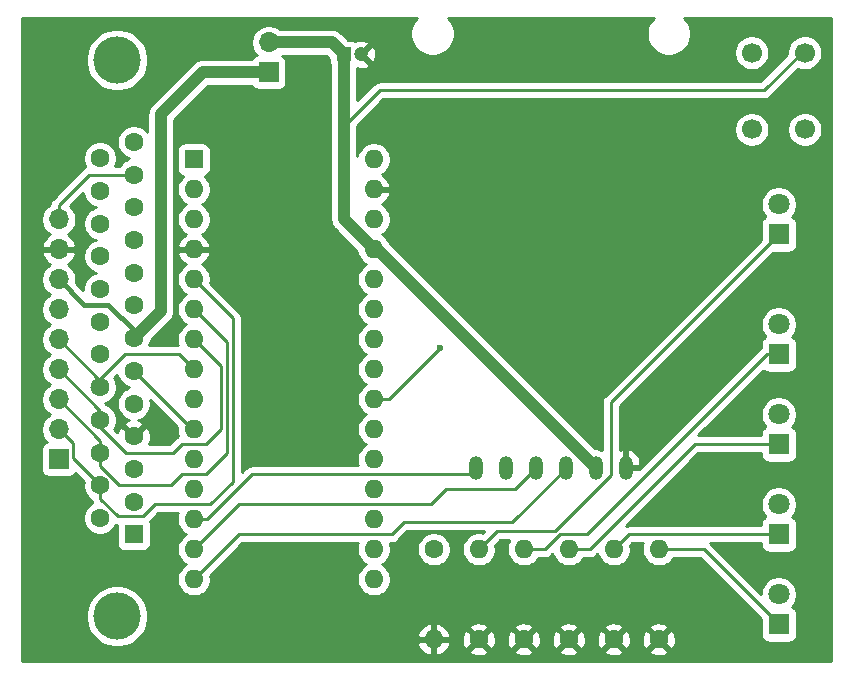
<source format=gbr>
%TF.GenerationSoftware,KiCad,Pcbnew,(5.1.9)-1*%
%TF.CreationDate,2021-02-16T00:15:54-06:00*%
%TF.ProjectId,SmartportSD-Nano-Shield,536d6172-7470-46f7-9274-53442d4e616e,rev?*%
%TF.SameCoordinates,Original*%
%TF.FileFunction,Copper,L1,Top*%
%TF.FilePolarity,Positive*%
%FSLAX46Y46*%
G04 Gerber Fmt 4.6, Leading zero omitted, Abs format (unit mm)*
G04 Created by KiCad (PCBNEW (5.1.9)-1) date 2021-02-16 00:15:54*
%MOMM*%
%LPD*%
G01*
G04 APERTURE LIST*
%TA.AperFunction,ComponentPad*%
%ADD10O,1.200000X2.000000*%
%TD*%
%TA.AperFunction,ComponentPad*%
%ADD11O,1.600000X1.600000*%
%TD*%
%TA.AperFunction,ComponentPad*%
%ADD12C,1.600000*%
%TD*%
%TA.AperFunction,ComponentPad*%
%ADD13O,1.700000X1.700000*%
%TD*%
%TA.AperFunction,ComponentPad*%
%ADD14R,1.700000X1.700000*%
%TD*%
%TA.AperFunction,ComponentPad*%
%ADD15C,1.800000*%
%TD*%
%TA.AperFunction,ComponentPad*%
%ADD16R,1.800000X1.800000*%
%TD*%
%TA.AperFunction,ComponentPad*%
%ADD17C,1.200000*%
%TD*%
%TA.AperFunction,ComponentPad*%
%ADD18R,1.200000X1.200000*%
%TD*%
%TA.AperFunction,ComponentPad*%
%ADD19R,1.600000X1.600000*%
%TD*%
%TA.AperFunction,ComponentPad*%
%ADD20C,1.700000*%
%TD*%
%TA.AperFunction,ComponentPad*%
%ADD21C,4.000000*%
%TD*%
%TA.AperFunction,ViaPad*%
%ADD22C,0.600000*%
%TD*%
%TA.AperFunction,Conductor*%
%ADD23C,1.000000*%
%TD*%
%TA.AperFunction,Conductor*%
%ADD24C,0.250000*%
%TD*%
%TA.AperFunction,Conductor*%
%ADD25C,0.400000*%
%TD*%
%TA.AperFunction,Conductor*%
%ADD26C,0.254000*%
%TD*%
%TA.AperFunction,Conductor*%
%ADD27C,0.100000*%
%TD*%
G04 APERTURE END LIST*
D10*
%TO.P,MOD1,GND*%
%TO.N,GND*%
X168660000Y-99768000D03*
%TO.P,MOD1,VCC5V*%
%TO.N,+5V*%
X166120000Y-99768000D03*
%TO.P,MOD1,MISO*%
%TO.N,MISO*%
X163580000Y-99768000D03*
%TO.P,MOD1,MOSI*%
%TO.N,MOSI*%
X161040000Y-99768000D03*
%TO.P,MOD1,SCK*%
%TO.N,SCK*%
X158500000Y-99768000D03*
%TO.P,MOD1,CS*%
%TO.N,CS*%
X155960000Y-99768000D03*
%TD*%
D11*
%TO.P,R6,2*%
%TO.N,Net-(D5-Pad1)*%
X156210000Y-106680000D03*
D12*
%TO.P,R6,1*%
%TO.N,GND*%
X156210000Y-114300000D03*
%TD*%
D11*
%TO.P,R5,2*%
%TO.N,Net-(D4-Pad1)*%
X160020000Y-106680000D03*
D12*
%TO.P,R5,1*%
%TO.N,GND*%
X160020000Y-114300000D03*
%TD*%
D11*
%TO.P,R4,2*%
%TO.N,Net-(D3-Pad1)*%
X163830000Y-106680000D03*
D12*
%TO.P,R4,1*%
%TO.N,GND*%
X163830000Y-114300000D03*
%TD*%
D11*
%TO.P,R3,2*%
%TO.N,Net-(D2-Pad1)*%
X167640000Y-106680000D03*
D12*
%TO.P,R3,1*%
%TO.N,GND*%
X167640000Y-114300000D03*
%TD*%
D13*
%TO.P,J2,9*%
%TO.N,PA5*%
X120650000Y-78740000D03*
%TO.P,J2,8*%
%TO.N,GND*%
X120650000Y-81280000D03*
%TO.P,J2,7*%
%TO.N,5V_APPLE*%
X120650000Y-83820000D03*
%TO.P,J2,6*%
%TO.N,PD7*%
X120650000Y-86360000D03*
%TO.P,J2,5*%
%TO.N,PD5*%
X120650000Y-88900000D03*
%TO.P,J2,4*%
%TO.N,PD4*%
X120650000Y-91440000D03*
%TO.P,J2,3*%
%TO.N,PD3*%
X120650000Y-93980000D03*
%TO.P,J2,2*%
%TO.N,PD2*%
X120650000Y-96520000D03*
D14*
%TO.P,J2,1*%
%TO.N,PD6*%
X120650000Y-99060000D03*
%TD*%
D15*
%TO.P,D5,2*%
%TO.N,PA4_STATUS_LED*%
X181610000Y-77470000D03*
D16*
%TO.P,D5,1*%
%TO.N,Net-(D5-Pad1)*%
X181610000Y-80010000D03*
%TD*%
D15*
%TO.P,D4,2*%
%TO.N,D8_PART4_LED*%
X181610000Y-87630000D03*
D16*
%TO.P,D4,1*%
%TO.N,Net-(D4-Pad1)*%
X181610000Y-90170000D03*
%TD*%
D15*
%TO.P,D3,2*%
%TO.N,A3_PART3_LED*%
X181610000Y-95250000D03*
D16*
%TO.P,D3,1*%
%TO.N,Net-(D3-Pad1)*%
X181610000Y-97790000D03*
%TD*%
D15*
%TO.P,D2,2*%
%TO.N,A1_PART2_LED*%
X181610000Y-102870000D03*
D16*
%TO.P,D2,1*%
%TO.N,Net-(D2-Pad1)*%
X181610000Y-105410000D03*
%TD*%
D17*
%TO.P,C1,2*%
%TO.N,GND*%
X146280000Y-64770000D03*
D18*
%TO.P,C1,1*%
%TO.N,+5V*%
X144780000Y-64770000D03*
%TD*%
D11*
%TO.P,A1,16*%
%TO.N,SCK*%
X147320000Y-109220000D03*
%TO.P,A1,15*%
%TO.N,MISO*%
X132080000Y-109220000D03*
%TO.P,A1,30*%
%TO.N,Net-(A1-Pad30)*%
X147320000Y-73660000D03*
%TO.P,A1,14*%
%TO.N,MOSI*%
X132080000Y-106680000D03*
%TO.P,A1,29*%
%TO.N,GND*%
X147320000Y-76200000D03*
%TO.P,A1,13*%
%TO.N,CS*%
X132080000Y-104140000D03*
%TO.P,A1,28*%
%TO.N,Net-(A1-Pad28)*%
X147320000Y-78740000D03*
%TO.P,A1,12*%
%TO.N,Net-(A1-Pad12)*%
X132080000Y-101600000D03*
%TO.P,A1,27*%
%TO.N,+5V*%
X147320000Y-81280000D03*
%TO.P,A1,11*%
%TO.N,D8_PART4_LED*%
X132080000Y-99060000D03*
%TO.P,A1,26*%
%TO.N,Net-(A1-Pad26)*%
X147320000Y-83820000D03*
%TO.P,A1,10*%
%TO.N,PD7*%
X132080000Y-96520000D03*
%TO.P,A1,25*%
%TO.N,Net-(A1-Pad25)*%
X147320000Y-86360000D03*
%TO.P,A1,9*%
%TO.N,PD6*%
X132080000Y-93980000D03*
%TO.P,A1,24*%
%TO.N,PA5*%
X147320000Y-88900000D03*
%TO.P,A1,8*%
%TO.N,PD5*%
X132080000Y-91440000D03*
%TO.P,A1,23*%
%TO.N,PA4_STATUS_LED*%
X147320000Y-91440000D03*
%TO.P,A1,7*%
%TO.N,PD4*%
X132080000Y-88900000D03*
%TO.P,A1,22*%
%TO.N,PA3_EJECT_BUTTON*%
X147320000Y-93980000D03*
%TO.P,A1,6*%
%TO.N,PD3*%
X132080000Y-86360000D03*
%TO.P,A1,21*%
%TO.N,A3_PART3_LED*%
X147320000Y-96520000D03*
%TO.P,A1,5*%
%TO.N,PD2*%
X132080000Y-83820000D03*
%TO.P,A1,20*%
%TO.N,A1_PART2_LED*%
X147320000Y-99060000D03*
%TO.P,A1,4*%
%TO.N,GND*%
X132080000Y-81280000D03*
%TO.P,A1,19*%
%TO.N,A0_PART1_LED*%
X147320000Y-101600000D03*
%TO.P,A1,3*%
%TO.N,Net-(A1-Pad3)*%
X132080000Y-78740000D03*
%TO.P,A1,18*%
%TO.N,Net-(A1-Pad18)*%
X147320000Y-104140000D03*
%TO.P,A1,2*%
%TO.N,Net-(A1-Pad2)*%
X132080000Y-76200000D03*
%TO.P,A1,17*%
%TO.N,Net-(A1-Pad17)*%
X147320000Y-106680000D03*
D19*
%TO.P,A1,1*%
%TO.N,Net-(A1-Pad1)*%
X132080000Y-73660000D03*
%TD*%
D20*
%TO.P,SW1,1*%
%TO.N,PA3_EJECT_BUTTON*%
X179324000Y-71120000D03*
%TO.P,SW1,2*%
%TO.N,Net-(SW1-Pad2)*%
X179324000Y-64620000D03*
%TO.P,SW1,3*%
%TO.N,Net-(SW1-Pad3)*%
X183824000Y-71120000D03*
%TO.P,SW1,4*%
%TO.N,+5V*%
X183824000Y-64620000D03*
%TD*%
D11*
%TO.P,R2,2*%
%TO.N,Net-(D1-Pad1)*%
X171450000Y-106680000D03*
D12*
%TO.P,R2,1*%
%TO.N,GND*%
X171450000Y-114300000D03*
%TD*%
D11*
%TO.P,R1,2*%
%TO.N,GND*%
X152400000Y-114300000D03*
D12*
%TO.P,R1,1*%
%TO.N,PA3_EJECT_BUTTON*%
X152400000Y-106680000D03*
%TD*%
D13*
%TO.P,JP1,2*%
%TO.N,+5V*%
X138430000Y-63754000D03*
D14*
%TO.P,JP1,1*%
%TO.N,5V_APPLE*%
X138430000Y-66294000D03*
%TD*%
D21*
%TO.P,J1,0*%
%TO.N,Net-(J1-Pad0)*%
X125580000Y-112340000D03*
X125580000Y-65240000D03*
D12*
%TO.P,J1,25*%
%TO.N,Net-(J1-Pad25)*%
X124160000Y-73555000D03*
%TO.P,J1,24*%
%TO.N,Net-(J1-Pad24)*%
X124160000Y-76325000D03*
%TO.P,J1,23*%
%TO.N,Net-(J1-Pad23)*%
X124160000Y-79095000D03*
%TO.P,J1,22*%
%TO.N,Net-(J1-Pad22)*%
X124160000Y-81865000D03*
%TO.P,J1,21*%
%TO.N,Net-(J1-Pad21)*%
X124160000Y-84635000D03*
%TO.P,J1,20*%
%TO.N,Net-(J1-Pad20)*%
X124160000Y-87405000D03*
%TO.P,J1,19*%
%TO.N,Net-(J1-Pad19)*%
X124160000Y-90175000D03*
%TO.P,J1,18*%
%TO.N,PD5*%
X124160000Y-92945000D03*
%TO.P,J1,17*%
%TO.N,PD4*%
X124160000Y-95715000D03*
%TO.P,J1,16*%
%TO.N,PD3*%
X124160000Y-98485000D03*
%TO.P,J1,15*%
%TO.N,PD2*%
X124160000Y-101255000D03*
%TO.P,J1,14*%
%TO.N,Net-(J1-Pad14)*%
X124160000Y-104025000D03*
%TO.P,J1,13*%
%TO.N,Net-(J1-Pad13)*%
X127000000Y-72170000D03*
%TO.P,J1,12*%
%TO.N,PA5*%
X127000000Y-74940000D03*
%TO.P,J1,11*%
%TO.N,Net-(J1-Pad11)*%
X127000000Y-77710000D03*
%TO.P,J1,10*%
%TO.N,Net-(J1-Pad10)*%
X127000000Y-80480000D03*
%TO.P,J1,9*%
%TO.N,Net-(J1-Pad9)*%
X127000000Y-83250000D03*
%TO.P,J1,8*%
%TO.N,Net-(J1-Pad8)*%
X127000000Y-86020000D03*
%TO.P,J1,7*%
%TO.N,5V_APPLE*%
X127000000Y-88790000D03*
%TO.P,J1,6*%
%TO.N,PD7*%
X127000000Y-91560000D03*
%TO.P,J1,5*%
%TO.N,Net-(J1-Pad5)*%
X127000000Y-94330000D03*
%TO.P,J1,4*%
%TO.N,GND*%
X127000000Y-97100000D03*
%TO.P,J1,3*%
%TO.N,PD6*%
X127000000Y-99870000D03*
%TO.P,J1,2*%
%TO.N,GND*%
X127000000Y-102640000D03*
D19*
%TO.P,J1,1*%
%TO.N,Net-(J1-Pad1)*%
X127000000Y-105410000D03*
%TD*%
D15*
%TO.P,D1,2*%
%TO.N,A0_PART1_LED*%
X181610000Y-110490000D03*
D16*
%TO.P,D1,1*%
%TO.N,Net-(D1-Pad1)*%
X181610000Y-113030000D03*
%TD*%
D22*
%TO.N,GND*%
X139700000Y-72390000D03*
%TO.N,PA3_EJECT_BUTTON*%
X152908000Y-89662000D03*
%TD*%
D23*
%TO.N,+5V*%
X144780000Y-78740000D02*
X147320000Y-81280000D01*
X147632000Y-81280000D02*
X166120000Y-99768000D01*
X147320000Y-81280000D02*
X147632000Y-81280000D01*
D24*
X183570000Y-64620000D02*
X180372000Y-67818000D01*
X180372000Y-67818000D02*
X147828000Y-67818000D01*
D23*
X144780000Y-70866000D02*
X144780000Y-78740000D01*
D24*
X147828000Y-67818000D02*
X144780000Y-70866000D01*
D23*
X144780000Y-64770000D02*
X144780000Y-70866000D01*
X143764000Y-63754000D02*
X144780000Y-64770000D01*
X138430000Y-63754000D02*
X143764000Y-63754000D01*
D24*
%TO.N,Net-(D1-Pad1)*%
X175260000Y-106680000D02*
X181610000Y-113030000D01*
X171450000Y-106680000D02*
X175260000Y-106680000D01*
%TO.N,MISO*%
X163580000Y-99869000D02*
X163580000Y-99768000D01*
X159055000Y-104394000D02*
X163580000Y-99869000D01*
X149860000Y-104394000D02*
X159055000Y-104394000D01*
X148844000Y-105410000D02*
X149860000Y-104394000D01*
X135890000Y-105410000D02*
X148844000Y-105410000D01*
X132080000Y-109220000D02*
X135890000Y-105410000D01*
%TO.N,MOSI*%
X161040000Y-99818000D02*
X161040000Y-99768000D01*
X159258000Y-101600000D02*
X161040000Y-99818000D01*
X153416000Y-101600000D02*
X159258000Y-101600000D01*
X152146000Y-102870000D02*
X153416000Y-101600000D01*
X135890000Y-102870000D02*
X152146000Y-102870000D01*
X132080000Y-106680000D02*
X135890000Y-102870000D01*
%TO.N,CS*%
X155398000Y-100330000D02*
X155960000Y-99768000D01*
X137021370Y-100330000D02*
X155398000Y-100330000D01*
X133211370Y-104140000D02*
X137021370Y-100330000D01*
X132080000Y-104140000D02*
X133211370Y-104140000D01*
%TO.N,PD7*%
X131960000Y-96520000D02*
X132080000Y-96520000D01*
X127000000Y-91560000D02*
X131960000Y-96520000D01*
%TO.N,PA5*%
X123247919Y-74940000D02*
X127000000Y-74940000D01*
X120650000Y-77537919D02*
X123247919Y-74940000D01*
X120650000Y-78740000D02*
X120650000Y-77537919D01*
%TO.N,PD5*%
X123425000Y-92945000D02*
X124160000Y-92945000D01*
X124160000Y-92410000D02*
X124160000Y-92945000D01*
X120650000Y-88900000D02*
X124160000Y-92410000D01*
X130810000Y-90170000D02*
X132080000Y-91440000D01*
X126238000Y-90170000D02*
X130810000Y-90170000D01*
X124160000Y-92248000D02*
X126238000Y-90170000D01*
X124160000Y-92945000D02*
X124160000Y-92248000D01*
%TO.N,PD4*%
X123655000Y-95715000D02*
X124160000Y-95715000D01*
X124160000Y-94950000D02*
X124160000Y-95715000D01*
X120650000Y-91440000D02*
X124160000Y-94950000D01*
X134366000Y-91186000D02*
X132080000Y-88900000D01*
X134366000Y-96520000D02*
X134366000Y-91186000D01*
X133096000Y-97790000D02*
X134366000Y-96520000D01*
X130302000Y-98552000D02*
X131064000Y-97790000D01*
X126365000Y-98552000D02*
X130302000Y-98552000D01*
X131064000Y-97790000D02*
X133096000Y-97790000D01*
X124160000Y-96347000D02*
X126365000Y-98552000D01*
X124160000Y-95715000D02*
X124160000Y-96347000D01*
%TO.N,PA3_EJECT_BUTTON*%
X148590000Y-93980000D02*
X152908000Y-89662000D01*
X147320000Y-93980000D02*
X148590000Y-93980000D01*
%TO.N,PD3*%
X123885000Y-98485000D02*
X124160000Y-98485000D01*
X124160000Y-97490000D02*
X124160000Y-98485000D01*
X120650000Y-93980000D02*
X124160000Y-97490000D01*
X134874000Y-98552000D02*
X134874000Y-89154000D01*
X134874000Y-89154000D02*
X132080000Y-86360000D01*
X131064000Y-100330000D02*
X133096000Y-100330000D01*
X133096000Y-100330000D02*
X134874000Y-98552000D01*
X130175000Y-101219000D02*
X131064000Y-100330000D01*
X125762630Y-101219000D02*
X130175000Y-101219000D01*
X124160000Y-99616370D02*
X125762630Y-101219000D01*
X124160000Y-98485000D02*
X124160000Y-99616370D01*
%TO.N,PD2*%
X124115000Y-101255000D02*
X124160000Y-101255000D01*
X121825001Y-98920001D02*
X124160000Y-101255000D01*
X121825001Y-97695001D02*
X121825001Y-98920001D01*
X120650000Y-96520000D02*
X121825001Y-97695001D01*
X124160000Y-102386370D02*
X124160000Y-101255000D01*
X127762000Y-103886000D02*
X125659630Y-103886000D01*
X128778000Y-102870000D02*
X127762000Y-103886000D01*
X133478411Y-102870000D02*
X128778000Y-102870000D01*
X125659630Y-103886000D02*
X124160000Y-102386370D01*
X135382000Y-100966411D02*
X133478411Y-102870000D01*
X135382000Y-87122000D02*
X135382000Y-100966411D01*
X132080000Y-83820000D02*
X135382000Y-87122000D01*
%TO.N,Net-(D2-Pad1)*%
X168910000Y-105410000D02*
X181610000Y-105410000D01*
X167640000Y-106680000D02*
X168910000Y-105410000D01*
%TO.N,Net-(D3-Pad1)*%
X174498000Y-97790000D02*
X181610000Y-97790000D01*
X165608000Y-106680000D02*
X174498000Y-97790000D01*
X163830000Y-106680000D02*
X165608000Y-106680000D01*
%TO.N,Net-(D4-Pad1)*%
X180594000Y-90170000D02*
X181610000Y-90170000D01*
X165354000Y-105410000D02*
X180594000Y-90170000D01*
X163068000Y-105410000D02*
X165354000Y-105410000D01*
X161798000Y-106680000D02*
X163068000Y-105410000D01*
X160020000Y-106680000D02*
X161798000Y-106680000D01*
%TO.N,Net-(D5-Pad1)*%
X167386000Y-94234000D02*
X181610000Y-80010000D01*
X167386000Y-100397080D02*
X167386000Y-94234000D01*
X162627080Y-105156000D02*
X167386000Y-100397080D01*
X157734000Y-105156000D02*
X162627080Y-105156000D01*
X156210000Y-106680000D02*
X157734000Y-105156000D01*
D25*
%TO.N,5V_APPLE*%
X127000000Y-88138000D02*
X127000000Y-88790000D01*
X124841000Y-85979000D02*
X127000000Y-88138000D01*
X122809000Y-85979000D02*
X124841000Y-85979000D01*
X120650000Y-83820000D02*
X122809000Y-85979000D01*
D23*
X132842000Y-66294000D02*
X138430000Y-66294000D01*
X129286000Y-69850000D02*
X132842000Y-66294000D01*
X129286000Y-86504000D02*
X129286000Y-69850000D01*
X127000000Y-88790000D02*
X129286000Y-86504000D01*
%TD*%
D26*
%TO.N,GND*%
X150845825Y-61816382D02*
X150639534Y-62125118D01*
X150497439Y-62468166D01*
X150425000Y-62832344D01*
X150425000Y-63203656D01*
X150497439Y-63567834D01*
X150639534Y-63910882D01*
X150845825Y-64219618D01*
X151108382Y-64482175D01*
X151417118Y-64688466D01*
X151760166Y-64830561D01*
X152124344Y-64903000D01*
X152495656Y-64903000D01*
X152859834Y-64830561D01*
X153202882Y-64688466D01*
X153511618Y-64482175D01*
X153774175Y-64219618D01*
X153980466Y-63910882D01*
X154122561Y-63567834D01*
X154195000Y-63203656D01*
X154195000Y-62832344D01*
X154122561Y-62468166D01*
X153980466Y-62125118D01*
X153774175Y-61816382D01*
X153602793Y-61645000D01*
X171017207Y-61645000D01*
X170845825Y-61816382D01*
X170639534Y-62125118D01*
X170497439Y-62468166D01*
X170425000Y-62832344D01*
X170425000Y-63203656D01*
X170497439Y-63567834D01*
X170639534Y-63910882D01*
X170845825Y-64219618D01*
X171108382Y-64482175D01*
X171417118Y-64688466D01*
X171760166Y-64830561D01*
X172124344Y-64903000D01*
X172495656Y-64903000D01*
X172859834Y-64830561D01*
X173202882Y-64688466D01*
X173511618Y-64482175D01*
X173520053Y-64473740D01*
X177839000Y-64473740D01*
X177839000Y-64766260D01*
X177896068Y-65053158D01*
X178008010Y-65323411D01*
X178170525Y-65566632D01*
X178377368Y-65773475D01*
X178620589Y-65935990D01*
X178890842Y-66047932D01*
X179177740Y-66105000D01*
X179470260Y-66105000D01*
X179757158Y-66047932D01*
X180027411Y-65935990D01*
X180270632Y-65773475D01*
X180477475Y-65566632D01*
X180639990Y-65323411D01*
X180751932Y-65053158D01*
X180809000Y-64766260D01*
X180809000Y-64473740D01*
X180751932Y-64186842D01*
X180639990Y-63916589D01*
X180477475Y-63673368D01*
X180270632Y-63466525D01*
X180027411Y-63304010D01*
X179757158Y-63192068D01*
X179470260Y-63135000D01*
X179177740Y-63135000D01*
X178890842Y-63192068D01*
X178620589Y-63304010D01*
X178377368Y-63466525D01*
X178170525Y-63673368D01*
X178008010Y-63916589D01*
X177896068Y-64186842D01*
X177839000Y-64473740D01*
X173520053Y-64473740D01*
X173774175Y-64219618D01*
X173980466Y-63910882D01*
X174122561Y-63567834D01*
X174195000Y-63203656D01*
X174195000Y-62832344D01*
X174122561Y-62468166D01*
X173980466Y-62125118D01*
X173774175Y-61816382D01*
X173602793Y-61645000D01*
X186005001Y-61645000D01*
X186005000Y-116155000D01*
X117525000Y-116155000D01*
X117525000Y-112080475D01*
X122945000Y-112080475D01*
X122945000Y-112599525D01*
X123046261Y-113108601D01*
X123244893Y-113588141D01*
X123533262Y-114019715D01*
X123900285Y-114386738D01*
X124331859Y-114675107D01*
X124811399Y-114873739D01*
X125320475Y-114975000D01*
X125839525Y-114975000D01*
X126348601Y-114873739D01*
X126828141Y-114675107D01*
X126867152Y-114649040D01*
X151008091Y-114649040D01*
X151102930Y-114913881D01*
X151247615Y-115155131D01*
X151436586Y-115363519D01*
X151662580Y-115531037D01*
X151916913Y-115651246D01*
X152050961Y-115691904D01*
X152273000Y-115569915D01*
X152273000Y-114427000D01*
X152527000Y-114427000D01*
X152527000Y-115569915D01*
X152749039Y-115691904D01*
X152883087Y-115651246D01*
X153137420Y-115531037D01*
X153363414Y-115363519D01*
X153427632Y-115292702D01*
X155396903Y-115292702D01*
X155468486Y-115536671D01*
X155723996Y-115657571D01*
X155998184Y-115726300D01*
X156280512Y-115740217D01*
X156560130Y-115698787D01*
X156826292Y-115603603D01*
X156951514Y-115536671D01*
X157023097Y-115292702D01*
X159206903Y-115292702D01*
X159278486Y-115536671D01*
X159533996Y-115657571D01*
X159808184Y-115726300D01*
X160090512Y-115740217D01*
X160370130Y-115698787D01*
X160636292Y-115603603D01*
X160761514Y-115536671D01*
X160833097Y-115292702D01*
X163016903Y-115292702D01*
X163088486Y-115536671D01*
X163343996Y-115657571D01*
X163618184Y-115726300D01*
X163900512Y-115740217D01*
X164180130Y-115698787D01*
X164446292Y-115603603D01*
X164571514Y-115536671D01*
X164643097Y-115292702D01*
X166826903Y-115292702D01*
X166898486Y-115536671D01*
X167153996Y-115657571D01*
X167428184Y-115726300D01*
X167710512Y-115740217D01*
X167990130Y-115698787D01*
X168256292Y-115603603D01*
X168381514Y-115536671D01*
X168453097Y-115292702D01*
X170636903Y-115292702D01*
X170708486Y-115536671D01*
X170963996Y-115657571D01*
X171238184Y-115726300D01*
X171520512Y-115740217D01*
X171800130Y-115698787D01*
X172066292Y-115603603D01*
X172191514Y-115536671D01*
X172263097Y-115292702D01*
X171450000Y-114479605D01*
X170636903Y-115292702D01*
X168453097Y-115292702D01*
X167640000Y-114479605D01*
X166826903Y-115292702D01*
X164643097Y-115292702D01*
X163830000Y-114479605D01*
X163016903Y-115292702D01*
X160833097Y-115292702D01*
X160020000Y-114479605D01*
X159206903Y-115292702D01*
X157023097Y-115292702D01*
X156210000Y-114479605D01*
X155396903Y-115292702D01*
X153427632Y-115292702D01*
X153552385Y-115155131D01*
X153697070Y-114913881D01*
X153791909Y-114649040D01*
X153670624Y-114427000D01*
X152527000Y-114427000D01*
X152273000Y-114427000D01*
X151129376Y-114427000D01*
X151008091Y-114649040D01*
X126867152Y-114649040D01*
X127259715Y-114386738D01*
X127275941Y-114370512D01*
X154769783Y-114370512D01*
X154811213Y-114650130D01*
X154906397Y-114916292D01*
X154973329Y-115041514D01*
X155217298Y-115113097D01*
X156030395Y-114300000D01*
X156389605Y-114300000D01*
X157202702Y-115113097D01*
X157446671Y-115041514D01*
X157567571Y-114786004D01*
X157636300Y-114511816D01*
X157643265Y-114370512D01*
X158579783Y-114370512D01*
X158621213Y-114650130D01*
X158716397Y-114916292D01*
X158783329Y-115041514D01*
X159027298Y-115113097D01*
X159840395Y-114300000D01*
X160199605Y-114300000D01*
X161012702Y-115113097D01*
X161256671Y-115041514D01*
X161377571Y-114786004D01*
X161446300Y-114511816D01*
X161453265Y-114370512D01*
X162389783Y-114370512D01*
X162431213Y-114650130D01*
X162526397Y-114916292D01*
X162593329Y-115041514D01*
X162837298Y-115113097D01*
X163650395Y-114300000D01*
X164009605Y-114300000D01*
X164822702Y-115113097D01*
X165066671Y-115041514D01*
X165187571Y-114786004D01*
X165256300Y-114511816D01*
X165263265Y-114370512D01*
X166199783Y-114370512D01*
X166241213Y-114650130D01*
X166336397Y-114916292D01*
X166403329Y-115041514D01*
X166647298Y-115113097D01*
X167460395Y-114300000D01*
X167819605Y-114300000D01*
X168632702Y-115113097D01*
X168876671Y-115041514D01*
X168997571Y-114786004D01*
X169066300Y-114511816D01*
X169073265Y-114370512D01*
X170009783Y-114370512D01*
X170051213Y-114650130D01*
X170146397Y-114916292D01*
X170213329Y-115041514D01*
X170457298Y-115113097D01*
X171270395Y-114300000D01*
X171629605Y-114300000D01*
X172442702Y-115113097D01*
X172686671Y-115041514D01*
X172807571Y-114786004D01*
X172876300Y-114511816D01*
X172890217Y-114229488D01*
X172848787Y-113949870D01*
X172753603Y-113683708D01*
X172686671Y-113558486D01*
X172442702Y-113486903D01*
X171629605Y-114300000D01*
X171270395Y-114300000D01*
X170457298Y-113486903D01*
X170213329Y-113558486D01*
X170092429Y-113813996D01*
X170023700Y-114088184D01*
X170009783Y-114370512D01*
X169073265Y-114370512D01*
X169080217Y-114229488D01*
X169038787Y-113949870D01*
X168943603Y-113683708D01*
X168876671Y-113558486D01*
X168632702Y-113486903D01*
X167819605Y-114300000D01*
X167460395Y-114300000D01*
X166647298Y-113486903D01*
X166403329Y-113558486D01*
X166282429Y-113813996D01*
X166213700Y-114088184D01*
X166199783Y-114370512D01*
X165263265Y-114370512D01*
X165270217Y-114229488D01*
X165228787Y-113949870D01*
X165133603Y-113683708D01*
X165066671Y-113558486D01*
X164822702Y-113486903D01*
X164009605Y-114300000D01*
X163650395Y-114300000D01*
X162837298Y-113486903D01*
X162593329Y-113558486D01*
X162472429Y-113813996D01*
X162403700Y-114088184D01*
X162389783Y-114370512D01*
X161453265Y-114370512D01*
X161460217Y-114229488D01*
X161418787Y-113949870D01*
X161323603Y-113683708D01*
X161256671Y-113558486D01*
X161012702Y-113486903D01*
X160199605Y-114300000D01*
X159840395Y-114300000D01*
X159027298Y-113486903D01*
X158783329Y-113558486D01*
X158662429Y-113813996D01*
X158593700Y-114088184D01*
X158579783Y-114370512D01*
X157643265Y-114370512D01*
X157650217Y-114229488D01*
X157608787Y-113949870D01*
X157513603Y-113683708D01*
X157446671Y-113558486D01*
X157202702Y-113486903D01*
X156389605Y-114300000D01*
X156030395Y-114300000D01*
X155217298Y-113486903D01*
X154973329Y-113558486D01*
X154852429Y-113813996D01*
X154783700Y-114088184D01*
X154769783Y-114370512D01*
X127275941Y-114370512D01*
X127626738Y-114019715D01*
X127672678Y-113950960D01*
X151008091Y-113950960D01*
X151129376Y-114173000D01*
X152273000Y-114173000D01*
X152273000Y-113030085D01*
X152527000Y-113030085D01*
X152527000Y-114173000D01*
X153670624Y-114173000D01*
X153791909Y-113950960D01*
X153697070Y-113686119D01*
X153552385Y-113444869D01*
X153427633Y-113307298D01*
X155396903Y-113307298D01*
X156210000Y-114120395D01*
X157023097Y-113307298D01*
X159206903Y-113307298D01*
X160020000Y-114120395D01*
X160833097Y-113307298D01*
X163016903Y-113307298D01*
X163830000Y-114120395D01*
X164643097Y-113307298D01*
X166826903Y-113307298D01*
X167640000Y-114120395D01*
X168453097Y-113307298D01*
X170636903Y-113307298D01*
X171450000Y-114120395D01*
X172263097Y-113307298D01*
X172191514Y-113063329D01*
X171936004Y-112942429D01*
X171661816Y-112873700D01*
X171379488Y-112859783D01*
X171099870Y-112901213D01*
X170833708Y-112996397D01*
X170708486Y-113063329D01*
X170636903Y-113307298D01*
X168453097Y-113307298D01*
X168381514Y-113063329D01*
X168126004Y-112942429D01*
X167851816Y-112873700D01*
X167569488Y-112859783D01*
X167289870Y-112901213D01*
X167023708Y-112996397D01*
X166898486Y-113063329D01*
X166826903Y-113307298D01*
X164643097Y-113307298D01*
X164571514Y-113063329D01*
X164316004Y-112942429D01*
X164041816Y-112873700D01*
X163759488Y-112859783D01*
X163479870Y-112901213D01*
X163213708Y-112996397D01*
X163088486Y-113063329D01*
X163016903Y-113307298D01*
X160833097Y-113307298D01*
X160761514Y-113063329D01*
X160506004Y-112942429D01*
X160231816Y-112873700D01*
X159949488Y-112859783D01*
X159669870Y-112901213D01*
X159403708Y-112996397D01*
X159278486Y-113063329D01*
X159206903Y-113307298D01*
X157023097Y-113307298D01*
X156951514Y-113063329D01*
X156696004Y-112942429D01*
X156421816Y-112873700D01*
X156139488Y-112859783D01*
X155859870Y-112901213D01*
X155593708Y-112996397D01*
X155468486Y-113063329D01*
X155396903Y-113307298D01*
X153427633Y-113307298D01*
X153363414Y-113236481D01*
X153137420Y-113068963D01*
X152883087Y-112948754D01*
X152749039Y-112908096D01*
X152527000Y-113030085D01*
X152273000Y-113030085D01*
X152050961Y-112908096D01*
X151916913Y-112948754D01*
X151662580Y-113068963D01*
X151436586Y-113236481D01*
X151247615Y-113444869D01*
X151102930Y-113686119D01*
X151008091Y-113950960D01*
X127672678Y-113950960D01*
X127915107Y-113588141D01*
X128113739Y-113108601D01*
X128215000Y-112599525D01*
X128215000Y-112080475D01*
X128113739Y-111571399D01*
X127915107Y-111091859D01*
X127626738Y-110660285D01*
X127259715Y-110293262D01*
X126828141Y-110004893D01*
X126348601Y-109806261D01*
X125839525Y-109705000D01*
X125320475Y-109705000D01*
X124811399Y-109806261D01*
X124331859Y-110004893D01*
X123900285Y-110293262D01*
X123533262Y-110660285D01*
X123244893Y-111091859D01*
X123046261Y-111571399D01*
X122945000Y-112080475D01*
X117525000Y-112080475D01*
X117525000Y-98210000D01*
X119161928Y-98210000D01*
X119161928Y-99910000D01*
X119174188Y-100034482D01*
X119210498Y-100154180D01*
X119269463Y-100264494D01*
X119348815Y-100361185D01*
X119445506Y-100440537D01*
X119555820Y-100499502D01*
X119675518Y-100535812D01*
X119800000Y-100548072D01*
X121500000Y-100548072D01*
X121624482Y-100535812D01*
X121744180Y-100499502D01*
X121854494Y-100440537D01*
X121951185Y-100361185D01*
X122030537Y-100264494D01*
X122052884Y-100222686D01*
X122761312Y-100931114D01*
X122725000Y-101113665D01*
X122725000Y-101396335D01*
X122780147Y-101673574D01*
X122888320Y-101934727D01*
X123045363Y-102169759D01*
X123245241Y-102369637D01*
X123405202Y-102476519D01*
X123410997Y-102535355D01*
X123454454Y-102678616D01*
X123491826Y-102748534D01*
X123480273Y-102753320D01*
X123245241Y-102910363D01*
X123045363Y-103110241D01*
X122888320Y-103345273D01*
X122780147Y-103606426D01*
X122725000Y-103883665D01*
X122725000Y-104166335D01*
X122780147Y-104443574D01*
X122888320Y-104704727D01*
X123045363Y-104939759D01*
X123245241Y-105139637D01*
X123480273Y-105296680D01*
X123741426Y-105404853D01*
X124018665Y-105460000D01*
X124301335Y-105460000D01*
X124578574Y-105404853D01*
X124839727Y-105296680D01*
X125074759Y-105139637D01*
X125274637Y-104939759D01*
X125431680Y-104704727D01*
X125466151Y-104621506D01*
X125510644Y-104635003D01*
X125561928Y-104640054D01*
X125561928Y-106210000D01*
X125574188Y-106334482D01*
X125610498Y-106454180D01*
X125669463Y-106564494D01*
X125748815Y-106661185D01*
X125845506Y-106740537D01*
X125955820Y-106799502D01*
X126075518Y-106835812D01*
X126200000Y-106848072D01*
X127800000Y-106848072D01*
X127924482Y-106835812D01*
X128044180Y-106799502D01*
X128154494Y-106740537D01*
X128251185Y-106661185D01*
X128330537Y-106564494D01*
X128389502Y-106454180D01*
X128425812Y-106334482D01*
X128438072Y-106210000D01*
X128438072Y-104610000D01*
X128425812Y-104485518D01*
X128389502Y-104365820D01*
X128378174Y-104344627D01*
X129092802Y-103630000D01*
X130738017Y-103630000D01*
X130700147Y-103721426D01*
X130645000Y-103998665D01*
X130645000Y-104281335D01*
X130700147Y-104558574D01*
X130808320Y-104819727D01*
X130965363Y-105054759D01*
X131165241Y-105254637D01*
X131397759Y-105410000D01*
X131165241Y-105565363D01*
X130965363Y-105765241D01*
X130808320Y-106000273D01*
X130700147Y-106261426D01*
X130645000Y-106538665D01*
X130645000Y-106821335D01*
X130700147Y-107098574D01*
X130808320Y-107359727D01*
X130965363Y-107594759D01*
X131165241Y-107794637D01*
X131397759Y-107950000D01*
X131165241Y-108105363D01*
X130965363Y-108305241D01*
X130808320Y-108540273D01*
X130700147Y-108801426D01*
X130645000Y-109078665D01*
X130645000Y-109361335D01*
X130700147Y-109638574D01*
X130808320Y-109899727D01*
X130965363Y-110134759D01*
X131165241Y-110334637D01*
X131400273Y-110491680D01*
X131661426Y-110599853D01*
X131938665Y-110655000D01*
X132221335Y-110655000D01*
X132498574Y-110599853D01*
X132759727Y-110491680D01*
X132994759Y-110334637D01*
X133194637Y-110134759D01*
X133351680Y-109899727D01*
X133459853Y-109638574D01*
X133515000Y-109361335D01*
X133515000Y-109078665D01*
X133478688Y-108896113D01*
X136204802Y-106170000D01*
X145978017Y-106170000D01*
X145940147Y-106261426D01*
X145885000Y-106538665D01*
X145885000Y-106821335D01*
X145940147Y-107098574D01*
X146048320Y-107359727D01*
X146205363Y-107594759D01*
X146405241Y-107794637D01*
X146637759Y-107950000D01*
X146405241Y-108105363D01*
X146205363Y-108305241D01*
X146048320Y-108540273D01*
X145940147Y-108801426D01*
X145885000Y-109078665D01*
X145885000Y-109361335D01*
X145940147Y-109638574D01*
X146048320Y-109899727D01*
X146205363Y-110134759D01*
X146405241Y-110334637D01*
X146640273Y-110491680D01*
X146901426Y-110599853D01*
X147178665Y-110655000D01*
X147461335Y-110655000D01*
X147738574Y-110599853D01*
X147999727Y-110491680D01*
X148234759Y-110334637D01*
X148434637Y-110134759D01*
X148591680Y-109899727D01*
X148699853Y-109638574D01*
X148755000Y-109361335D01*
X148755000Y-109078665D01*
X148699853Y-108801426D01*
X148591680Y-108540273D01*
X148434637Y-108305241D01*
X148234759Y-108105363D01*
X148002241Y-107950000D01*
X148234759Y-107794637D01*
X148434637Y-107594759D01*
X148591680Y-107359727D01*
X148699853Y-107098574D01*
X148755000Y-106821335D01*
X148755000Y-106538665D01*
X150965000Y-106538665D01*
X150965000Y-106821335D01*
X151020147Y-107098574D01*
X151128320Y-107359727D01*
X151285363Y-107594759D01*
X151485241Y-107794637D01*
X151720273Y-107951680D01*
X151981426Y-108059853D01*
X152258665Y-108115000D01*
X152541335Y-108115000D01*
X152818574Y-108059853D01*
X153079727Y-107951680D01*
X153314759Y-107794637D01*
X153514637Y-107594759D01*
X153671680Y-107359727D01*
X153779853Y-107098574D01*
X153835000Y-106821335D01*
X153835000Y-106538665D01*
X153779853Y-106261426D01*
X153671680Y-106000273D01*
X153514637Y-105765241D01*
X153314759Y-105565363D01*
X153079727Y-105408320D01*
X152818574Y-105300147D01*
X152541335Y-105245000D01*
X152258665Y-105245000D01*
X151981426Y-105300147D01*
X151720273Y-105408320D01*
X151485241Y-105565363D01*
X151285363Y-105765241D01*
X151128320Y-106000273D01*
X151020147Y-106261426D01*
X150965000Y-106538665D01*
X148755000Y-106538665D01*
X148699853Y-106261426D01*
X148661983Y-106170000D01*
X148806678Y-106170000D01*
X148844000Y-106173676D01*
X148881322Y-106170000D01*
X148881333Y-106170000D01*
X148992986Y-106159003D01*
X149136247Y-106115546D01*
X149268276Y-106044974D01*
X149384001Y-105950001D01*
X149407804Y-105920998D01*
X150174802Y-105154000D01*
X156661198Y-105154000D01*
X156533886Y-105281312D01*
X156351335Y-105245000D01*
X156068665Y-105245000D01*
X155791426Y-105300147D01*
X155530273Y-105408320D01*
X155295241Y-105565363D01*
X155095363Y-105765241D01*
X154938320Y-106000273D01*
X154830147Y-106261426D01*
X154775000Y-106538665D01*
X154775000Y-106821335D01*
X154830147Y-107098574D01*
X154938320Y-107359727D01*
X155095363Y-107594759D01*
X155295241Y-107794637D01*
X155530273Y-107951680D01*
X155791426Y-108059853D01*
X156068665Y-108115000D01*
X156351335Y-108115000D01*
X156628574Y-108059853D01*
X156889727Y-107951680D01*
X157124759Y-107794637D01*
X157324637Y-107594759D01*
X157481680Y-107359727D01*
X157589853Y-107098574D01*
X157645000Y-106821335D01*
X157645000Y-106538665D01*
X157608688Y-106356114D01*
X158048803Y-105916000D01*
X158804629Y-105916000D01*
X158748320Y-106000273D01*
X158640147Y-106261426D01*
X158585000Y-106538665D01*
X158585000Y-106821335D01*
X158640147Y-107098574D01*
X158748320Y-107359727D01*
X158905363Y-107594759D01*
X159105241Y-107794637D01*
X159340273Y-107951680D01*
X159601426Y-108059853D01*
X159878665Y-108115000D01*
X160161335Y-108115000D01*
X160438574Y-108059853D01*
X160699727Y-107951680D01*
X160934759Y-107794637D01*
X161134637Y-107594759D01*
X161238043Y-107440000D01*
X161760678Y-107440000D01*
X161798000Y-107443676D01*
X161835322Y-107440000D01*
X161835333Y-107440000D01*
X161946986Y-107429003D01*
X162090247Y-107385546D01*
X162222276Y-107314974D01*
X162338001Y-107220001D01*
X162361804Y-107190997D01*
X162451342Y-107101459D01*
X162558320Y-107359727D01*
X162715363Y-107594759D01*
X162915241Y-107794637D01*
X163150273Y-107951680D01*
X163411426Y-108059853D01*
X163688665Y-108115000D01*
X163971335Y-108115000D01*
X164248574Y-108059853D01*
X164509727Y-107951680D01*
X164744759Y-107794637D01*
X164944637Y-107594759D01*
X165048043Y-107440000D01*
X165570678Y-107440000D01*
X165608000Y-107443676D01*
X165645322Y-107440000D01*
X165645333Y-107440000D01*
X165756986Y-107429003D01*
X165900247Y-107385546D01*
X166032276Y-107314974D01*
X166148001Y-107220001D01*
X166171804Y-107190997D01*
X166261342Y-107101459D01*
X166368320Y-107359727D01*
X166525363Y-107594759D01*
X166725241Y-107794637D01*
X166960273Y-107951680D01*
X167221426Y-108059853D01*
X167498665Y-108115000D01*
X167781335Y-108115000D01*
X168058574Y-108059853D01*
X168319727Y-107951680D01*
X168554759Y-107794637D01*
X168754637Y-107594759D01*
X168911680Y-107359727D01*
X169019853Y-107098574D01*
X169075000Y-106821335D01*
X169075000Y-106538665D01*
X169038688Y-106356114D01*
X169224802Y-106170000D01*
X170108017Y-106170000D01*
X170070147Y-106261426D01*
X170015000Y-106538665D01*
X170015000Y-106821335D01*
X170070147Y-107098574D01*
X170178320Y-107359727D01*
X170335363Y-107594759D01*
X170535241Y-107794637D01*
X170770273Y-107951680D01*
X171031426Y-108059853D01*
X171308665Y-108115000D01*
X171591335Y-108115000D01*
X171868574Y-108059853D01*
X172129727Y-107951680D01*
X172364759Y-107794637D01*
X172564637Y-107594759D01*
X172668043Y-107440000D01*
X174945199Y-107440000D01*
X180071928Y-112566730D01*
X180071928Y-113930000D01*
X180084188Y-114054482D01*
X180120498Y-114174180D01*
X180179463Y-114284494D01*
X180258815Y-114381185D01*
X180355506Y-114460537D01*
X180465820Y-114519502D01*
X180585518Y-114555812D01*
X180710000Y-114568072D01*
X182510000Y-114568072D01*
X182634482Y-114555812D01*
X182754180Y-114519502D01*
X182864494Y-114460537D01*
X182961185Y-114381185D01*
X183040537Y-114284494D01*
X183099502Y-114174180D01*
X183135812Y-114054482D01*
X183148072Y-113930000D01*
X183148072Y-112130000D01*
X183135812Y-112005518D01*
X183099502Y-111885820D01*
X183040537Y-111775506D01*
X182961185Y-111678815D01*
X182864494Y-111599463D01*
X182754180Y-111540498D01*
X182735873Y-111534944D01*
X182802312Y-111468505D01*
X182970299Y-111217095D01*
X183086011Y-110937743D01*
X183145000Y-110641184D01*
X183145000Y-110338816D01*
X183086011Y-110042257D01*
X182970299Y-109762905D01*
X182802312Y-109511495D01*
X182588505Y-109297688D01*
X182337095Y-109129701D01*
X182057743Y-109013989D01*
X181761184Y-108955000D01*
X181458816Y-108955000D01*
X181162257Y-109013989D01*
X180882905Y-109129701D01*
X180631495Y-109297688D01*
X180417688Y-109511495D01*
X180249701Y-109762905D01*
X180133989Y-110042257D01*
X180075000Y-110338816D01*
X180075000Y-110420198D01*
X175824801Y-106170000D01*
X180071928Y-106170000D01*
X180071928Y-106310000D01*
X180084188Y-106434482D01*
X180120498Y-106554180D01*
X180179463Y-106664494D01*
X180258815Y-106761185D01*
X180355506Y-106840537D01*
X180465820Y-106899502D01*
X180585518Y-106935812D01*
X180710000Y-106948072D01*
X182510000Y-106948072D01*
X182634482Y-106935812D01*
X182754180Y-106899502D01*
X182864494Y-106840537D01*
X182961185Y-106761185D01*
X183040537Y-106664494D01*
X183099502Y-106554180D01*
X183135812Y-106434482D01*
X183148072Y-106310000D01*
X183148072Y-104510000D01*
X183135812Y-104385518D01*
X183099502Y-104265820D01*
X183040537Y-104155506D01*
X182961185Y-104058815D01*
X182864494Y-103979463D01*
X182754180Y-103920498D01*
X182735873Y-103914944D01*
X182802312Y-103848505D01*
X182970299Y-103597095D01*
X183086011Y-103317743D01*
X183145000Y-103021184D01*
X183145000Y-102718816D01*
X183086011Y-102422257D01*
X182970299Y-102142905D01*
X182802312Y-101891495D01*
X182588505Y-101677688D01*
X182337095Y-101509701D01*
X182057743Y-101393989D01*
X181761184Y-101335000D01*
X181458816Y-101335000D01*
X181162257Y-101393989D01*
X180882905Y-101509701D01*
X180631495Y-101677688D01*
X180417688Y-101891495D01*
X180249701Y-102142905D01*
X180133989Y-102422257D01*
X180075000Y-102718816D01*
X180075000Y-103021184D01*
X180133989Y-103317743D01*
X180249701Y-103597095D01*
X180417688Y-103848505D01*
X180484127Y-103914944D01*
X180465820Y-103920498D01*
X180355506Y-103979463D01*
X180258815Y-104058815D01*
X180179463Y-104155506D01*
X180120498Y-104265820D01*
X180084188Y-104385518D01*
X180071928Y-104510000D01*
X180071928Y-104650000D01*
X168947322Y-104650000D01*
X168909999Y-104646324D01*
X168872676Y-104650000D01*
X168872667Y-104650000D01*
X168761014Y-104660997D01*
X168676023Y-104686778D01*
X174812802Y-98550000D01*
X180071928Y-98550000D01*
X180071928Y-98690000D01*
X180084188Y-98814482D01*
X180120498Y-98934180D01*
X180179463Y-99044494D01*
X180258815Y-99141185D01*
X180355506Y-99220537D01*
X180465820Y-99279502D01*
X180585518Y-99315812D01*
X180710000Y-99328072D01*
X182510000Y-99328072D01*
X182634482Y-99315812D01*
X182754180Y-99279502D01*
X182864494Y-99220537D01*
X182961185Y-99141185D01*
X183040537Y-99044494D01*
X183099502Y-98934180D01*
X183135812Y-98814482D01*
X183148072Y-98690000D01*
X183148072Y-96890000D01*
X183135812Y-96765518D01*
X183099502Y-96645820D01*
X183040537Y-96535506D01*
X182961185Y-96438815D01*
X182864494Y-96359463D01*
X182754180Y-96300498D01*
X182735873Y-96294944D01*
X182802312Y-96228505D01*
X182970299Y-95977095D01*
X183086011Y-95697743D01*
X183145000Y-95401184D01*
X183145000Y-95098816D01*
X183086011Y-94802257D01*
X182970299Y-94522905D01*
X182802312Y-94271495D01*
X182588505Y-94057688D01*
X182337095Y-93889701D01*
X182057743Y-93773989D01*
X181761184Y-93715000D01*
X181458816Y-93715000D01*
X181162257Y-93773989D01*
X180882905Y-93889701D01*
X180631495Y-94057688D01*
X180417688Y-94271495D01*
X180249701Y-94522905D01*
X180133989Y-94802257D01*
X180075000Y-95098816D01*
X180075000Y-95401184D01*
X180133989Y-95697743D01*
X180249701Y-95977095D01*
X180417688Y-96228505D01*
X180484127Y-96294944D01*
X180465820Y-96300498D01*
X180355506Y-96359463D01*
X180258815Y-96438815D01*
X180179463Y-96535506D01*
X180120498Y-96645820D01*
X180084188Y-96765518D01*
X180071928Y-96890000D01*
X180071928Y-97030000D01*
X174808802Y-97030000D01*
X180291112Y-91547690D01*
X180355506Y-91600537D01*
X180465820Y-91659502D01*
X180585518Y-91695812D01*
X180710000Y-91708072D01*
X182510000Y-91708072D01*
X182634482Y-91695812D01*
X182754180Y-91659502D01*
X182864494Y-91600537D01*
X182961185Y-91521185D01*
X183040537Y-91424494D01*
X183099502Y-91314180D01*
X183135812Y-91194482D01*
X183148072Y-91070000D01*
X183148072Y-89270000D01*
X183135812Y-89145518D01*
X183099502Y-89025820D01*
X183040537Y-88915506D01*
X182961185Y-88818815D01*
X182864494Y-88739463D01*
X182754180Y-88680498D01*
X182735873Y-88674944D01*
X182802312Y-88608505D01*
X182970299Y-88357095D01*
X183086011Y-88077743D01*
X183145000Y-87781184D01*
X183145000Y-87478816D01*
X183086011Y-87182257D01*
X182970299Y-86902905D01*
X182802312Y-86651495D01*
X182588505Y-86437688D01*
X182337095Y-86269701D01*
X182057743Y-86153989D01*
X181761184Y-86095000D01*
X181458816Y-86095000D01*
X181162257Y-86153989D01*
X180882905Y-86269701D01*
X180631495Y-86437688D01*
X180417688Y-86651495D01*
X180249701Y-86902905D01*
X180133989Y-87182257D01*
X180075000Y-87478816D01*
X180075000Y-87781184D01*
X180133989Y-88077743D01*
X180249701Y-88357095D01*
X180417688Y-88608505D01*
X180484127Y-88674944D01*
X180465820Y-88680498D01*
X180355506Y-88739463D01*
X180258815Y-88818815D01*
X180179463Y-88915506D01*
X180120498Y-89025820D01*
X180084188Y-89145518D01*
X180071928Y-89270000D01*
X180071928Y-89615285D01*
X180053999Y-89629999D01*
X180030201Y-89658997D01*
X169794199Y-99895000D01*
X168787000Y-99895000D01*
X168787000Y-99915000D01*
X168533000Y-99915000D01*
X168533000Y-99895000D01*
X168513000Y-99895000D01*
X168513000Y-99641000D01*
X168533000Y-99641000D01*
X168533000Y-98299269D01*
X168787000Y-98299269D01*
X168787000Y-99641000D01*
X169895000Y-99641000D01*
X169895000Y-99241000D01*
X169846493Y-99002504D01*
X169752390Y-98778054D01*
X169616307Y-98576275D01*
X169443474Y-98404922D01*
X169240533Y-98270579D01*
X169015282Y-98178409D01*
X168977609Y-98174538D01*
X168787000Y-98299269D01*
X168533000Y-98299269D01*
X168342391Y-98174538D01*
X168304718Y-98178409D01*
X168146000Y-98243354D01*
X168146000Y-94548801D01*
X181146730Y-81548072D01*
X182510000Y-81548072D01*
X182634482Y-81535812D01*
X182754180Y-81499502D01*
X182864494Y-81440537D01*
X182961185Y-81361185D01*
X183040537Y-81264494D01*
X183099502Y-81154180D01*
X183135812Y-81034482D01*
X183148072Y-80910000D01*
X183148072Y-79110000D01*
X183135812Y-78985518D01*
X183099502Y-78865820D01*
X183040537Y-78755506D01*
X182961185Y-78658815D01*
X182864494Y-78579463D01*
X182754180Y-78520498D01*
X182735873Y-78514944D01*
X182802312Y-78448505D01*
X182970299Y-78197095D01*
X183086011Y-77917743D01*
X183145000Y-77621184D01*
X183145000Y-77318816D01*
X183086011Y-77022257D01*
X182970299Y-76742905D01*
X182802312Y-76491495D01*
X182588505Y-76277688D01*
X182337095Y-76109701D01*
X182057743Y-75993989D01*
X181761184Y-75935000D01*
X181458816Y-75935000D01*
X181162257Y-75993989D01*
X180882905Y-76109701D01*
X180631495Y-76277688D01*
X180417688Y-76491495D01*
X180249701Y-76742905D01*
X180133989Y-77022257D01*
X180075000Y-77318816D01*
X180075000Y-77621184D01*
X180133989Y-77917743D01*
X180249701Y-78197095D01*
X180417688Y-78448505D01*
X180484127Y-78514944D01*
X180465820Y-78520498D01*
X180355506Y-78579463D01*
X180258815Y-78658815D01*
X180179463Y-78755506D01*
X180120498Y-78865820D01*
X180084188Y-78985518D01*
X180071928Y-79110000D01*
X180071928Y-80473270D01*
X166874998Y-93670201D01*
X166846000Y-93693999D01*
X166822202Y-93722997D01*
X166822201Y-93722998D01*
X166751026Y-93809724D01*
X166680454Y-93941754D01*
X166636998Y-94085015D01*
X166622324Y-94234000D01*
X166626001Y-94271332D01*
X166626000Y-98238112D01*
X166594900Y-98221489D01*
X166362101Y-98150870D01*
X166120000Y-98127025D01*
X166087371Y-98130239D01*
X148615917Y-80658786D01*
X148591680Y-80600273D01*
X148434637Y-80365241D01*
X148234759Y-80165363D01*
X148002241Y-80010000D01*
X148234759Y-79854637D01*
X148434637Y-79654759D01*
X148591680Y-79419727D01*
X148699853Y-79158574D01*
X148755000Y-78881335D01*
X148755000Y-78598665D01*
X148699853Y-78321426D01*
X148591680Y-78060273D01*
X148434637Y-77825241D01*
X148234759Y-77625363D01*
X147999727Y-77468320D01*
X147989135Y-77463933D01*
X148175131Y-77352385D01*
X148383519Y-77163414D01*
X148551037Y-76937420D01*
X148671246Y-76683087D01*
X148711904Y-76549039D01*
X148589915Y-76327000D01*
X147447000Y-76327000D01*
X147447000Y-76347000D01*
X147193000Y-76347000D01*
X147193000Y-76327000D01*
X147173000Y-76327000D01*
X147173000Y-76073000D01*
X147193000Y-76073000D01*
X147193000Y-76053000D01*
X147447000Y-76053000D01*
X147447000Y-76073000D01*
X148589915Y-76073000D01*
X148711904Y-75850961D01*
X148671246Y-75716913D01*
X148551037Y-75462580D01*
X148383519Y-75236586D01*
X148175131Y-75047615D01*
X147989135Y-74936067D01*
X147999727Y-74931680D01*
X148234759Y-74774637D01*
X148434637Y-74574759D01*
X148591680Y-74339727D01*
X148699853Y-74078574D01*
X148755000Y-73801335D01*
X148755000Y-73518665D01*
X148699853Y-73241426D01*
X148591680Y-72980273D01*
X148434637Y-72745241D01*
X148234759Y-72545363D01*
X147999727Y-72388320D01*
X147738574Y-72280147D01*
X147461335Y-72225000D01*
X147178665Y-72225000D01*
X146901426Y-72280147D01*
X146640273Y-72388320D01*
X146405241Y-72545363D01*
X146205363Y-72745241D01*
X146048320Y-72980273D01*
X145940147Y-73241426D01*
X145915000Y-73367847D01*
X145915000Y-70973740D01*
X177839000Y-70973740D01*
X177839000Y-71266260D01*
X177896068Y-71553158D01*
X178008010Y-71823411D01*
X178170525Y-72066632D01*
X178377368Y-72273475D01*
X178620589Y-72435990D01*
X178890842Y-72547932D01*
X179177740Y-72605000D01*
X179470260Y-72605000D01*
X179757158Y-72547932D01*
X180027411Y-72435990D01*
X180270632Y-72273475D01*
X180477475Y-72066632D01*
X180639990Y-71823411D01*
X180751932Y-71553158D01*
X180809000Y-71266260D01*
X180809000Y-70973740D01*
X182339000Y-70973740D01*
X182339000Y-71266260D01*
X182396068Y-71553158D01*
X182508010Y-71823411D01*
X182670525Y-72066632D01*
X182877368Y-72273475D01*
X183120589Y-72435990D01*
X183390842Y-72547932D01*
X183677740Y-72605000D01*
X183970260Y-72605000D01*
X184257158Y-72547932D01*
X184527411Y-72435990D01*
X184770632Y-72273475D01*
X184977475Y-72066632D01*
X185139990Y-71823411D01*
X185251932Y-71553158D01*
X185309000Y-71266260D01*
X185309000Y-70973740D01*
X185251932Y-70686842D01*
X185139990Y-70416589D01*
X184977475Y-70173368D01*
X184770632Y-69966525D01*
X184527411Y-69804010D01*
X184257158Y-69692068D01*
X183970260Y-69635000D01*
X183677740Y-69635000D01*
X183390842Y-69692068D01*
X183120589Y-69804010D01*
X182877368Y-69966525D01*
X182670525Y-70173368D01*
X182508010Y-70416589D01*
X182396068Y-70686842D01*
X182339000Y-70973740D01*
X180809000Y-70973740D01*
X180751932Y-70686842D01*
X180639990Y-70416589D01*
X180477475Y-70173368D01*
X180270632Y-69966525D01*
X180027411Y-69804010D01*
X179757158Y-69692068D01*
X179470260Y-69635000D01*
X179177740Y-69635000D01*
X178890842Y-69692068D01*
X178620589Y-69804010D01*
X178377368Y-69966525D01*
X178170525Y-70173368D01*
X178008010Y-70416589D01*
X177896068Y-70686842D01*
X177839000Y-70973740D01*
X145915000Y-70973740D01*
X145915000Y-70805801D01*
X148142802Y-68578000D01*
X180334678Y-68578000D01*
X180372000Y-68581676D01*
X180409322Y-68578000D01*
X180409333Y-68578000D01*
X180520986Y-68567003D01*
X180664247Y-68523546D01*
X180796276Y-68452974D01*
X180912001Y-68358001D01*
X180935804Y-68328997D01*
X183267825Y-65996977D01*
X183390842Y-66047932D01*
X183677740Y-66105000D01*
X183970260Y-66105000D01*
X184257158Y-66047932D01*
X184527411Y-65935990D01*
X184770632Y-65773475D01*
X184977475Y-65566632D01*
X185139990Y-65323411D01*
X185251932Y-65053158D01*
X185309000Y-64766260D01*
X185309000Y-64473740D01*
X185251932Y-64186842D01*
X185139990Y-63916589D01*
X184977475Y-63673368D01*
X184770632Y-63466525D01*
X184527411Y-63304010D01*
X184257158Y-63192068D01*
X183970260Y-63135000D01*
X183677740Y-63135000D01*
X183390842Y-63192068D01*
X183120589Y-63304010D01*
X182877368Y-63466525D01*
X182670525Y-63673368D01*
X182508010Y-63916589D01*
X182396068Y-64186842D01*
X182339000Y-64473740D01*
X182339000Y-64766260D01*
X182340649Y-64774549D01*
X180057199Y-67058000D01*
X147865323Y-67058000D01*
X147828000Y-67054324D01*
X147790677Y-67058000D01*
X147790667Y-67058000D01*
X147679014Y-67068997D01*
X147535753Y-67112454D01*
X147403723Y-67183026D01*
X147331518Y-67242284D01*
X147287999Y-67277999D01*
X147264201Y-67306997D01*
X145915000Y-68656198D01*
X145915000Y-65952829D01*
X146115313Y-66000000D01*
X146358438Y-66008495D01*
X146598549Y-65969395D01*
X146826418Y-65884202D01*
X146902852Y-65843348D01*
X146950159Y-65619764D01*
X146280000Y-64949605D01*
X146265858Y-64963748D01*
X146086253Y-64784143D01*
X146100395Y-64770000D01*
X146459605Y-64770000D01*
X147129764Y-65440159D01*
X147353348Y-65392852D01*
X147454237Y-65171484D01*
X147510000Y-64934687D01*
X147518495Y-64691562D01*
X147479395Y-64451451D01*
X147394202Y-64223582D01*
X147353348Y-64147148D01*
X147129764Y-64099841D01*
X146459605Y-64770000D01*
X146100395Y-64770000D01*
X146086253Y-64755858D01*
X146265858Y-64576253D01*
X146280000Y-64590395D01*
X146950159Y-63920236D01*
X146902852Y-63696652D01*
X146681484Y-63595763D01*
X146444687Y-63540000D01*
X146201562Y-63531505D01*
X145961451Y-63570605D01*
X145747883Y-63650451D01*
X145734494Y-63639463D01*
X145624180Y-63580498D01*
X145504482Y-63544188D01*
X145380000Y-63531928D01*
X145147060Y-63531928D01*
X144605996Y-62990864D01*
X144570449Y-62947551D01*
X144397623Y-62805716D01*
X144200447Y-62700324D01*
X143986499Y-62635423D01*
X143819752Y-62619000D01*
X143819751Y-62619000D01*
X143764000Y-62613509D01*
X143708249Y-62619000D01*
X139395107Y-62619000D01*
X139376632Y-62600525D01*
X139133411Y-62438010D01*
X138863158Y-62326068D01*
X138576260Y-62269000D01*
X138283740Y-62269000D01*
X137996842Y-62326068D01*
X137726589Y-62438010D01*
X137483368Y-62600525D01*
X137276525Y-62807368D01*
X137114010Y-63050589D01*
X137002068Y-63320842D01*
X136945000Y-63607740D01*
X136945000Y-63900260D01*
X137002068Y-64187158D01*
X137114010Y-64457411D01*
X137276525Y-64700632D01*
X137408380Y-64832487D01*
X137335820Y-64854498D01*
X137225506Y-64913463D01*
X137128815Y-64992815D01*
X137049463Y-65089506D01*
X137012317Y-65159000D01*
X132897741Y-65159000D01*
X132841999Y-65153510D01*
X132786257Y-65159000D01*
X132786248Y-65159000D01*
X132619501Y-65175423D01*
X132405553Y-65240324D01*
X132208377Y-65345716D01*
X132035551Y-65487551D01*
X132000009Y-65530859D01*
X128522860Y-69008009D01*
X128479552Y-69043551D01*
X128337717Y-69216377D01*
X128281384Y-69321770D01*
X128232324Y-69413554D01*
X128167423Y-69627502D01*
X128145509Y-69850000D01*
X128151001Y-69905762D01*
X128151001Y-71309664D01*
X128114637Y-71255241D01*
X127914759Y-71055363D01*
X127679727Y-70898320D01*
X127418574Y-70790147D01*
X127141335Y-70735000D01*
X126858665Y-70735000D01*
X126581426Y-70790147D01*
X126320273Y-70898320D01*
X126085241Y-71055363D01*
X125885363Y-71255241D01*
X125728320Y-71490273D01*
X125620147Y-71751426D01*
X125565000Y-72028665D01*
X125565000Y-72311335D01*
X125620147Y-72588574D01*
X125728320Y-72849727D01*
X125885363Y-73084759D01*
X126085241Y-73284637D01*
X126320273Y-73441680D01*
X126581426Y-73549853D01*
X126607301Y-73555000D01*
X126581426Y-73560147D01*
X126320273Y-73668320D01*
X126085241Y-73825363D01*
X125885363Y-74025241D01*
X125781957Y-74180000D01*
X125454349Y-74180000D01*
X125539853Y-73973574D01*
X125595000Y-73696335D01*
X125595000Y-73413665D01*
X125539853Y-73136426D01*
X125431680Y-72875273D01*
X125274637Y-72640241D01*
X125074759Y-72440363D01*
X124839727Y-72283320D01*
X124578574Y-72175147D01*
X124301335Y-72120000D01*
X124018665Y-72120000D01*
X123741426Y-72175147D01*
X123480273Y-72283320D01*
X123245241Y-72440363D01*
X123045363Y-72640241D01*
X122888320Y-72875273D01*
X122780147Y-73136426D01*
X122725000Y-73413665D01*
X122725000Y-73696335D01*
X122780147Y-73973574D01*
X122888320Y-74234727D01*
X122905910Y-74261053D01*
X122823643Y-74305026D01*
X122707918Y-74399999D01*
X122684120Y-74428997D01*
X120138998Y-76974120D01*
X120110000Y-76997918D01*
X120086202Y-77026916D01*
X120086201Y-77026917D01*
X120015026Y-77113643D01*
X119944454Y-77245673D01*
X119900998Y-77388934D01*
X119894088Y-77459090D01*
X119703368Y-77586525D01*
X119496525Y-77793368D01*
X119334010Y-78036589D01*
X119222068Y-78306842D01*
X119165000Y-78593740D01*
X119165000Y-78886260D01*
X119222068Y-79173158D01*
X119334010Y-79443411D01*
X119496525Y-79686632D01*
X119703368Y-79893475D01*
X119885534Y-80015195D01*
X119768645Y-80084822D01*
X119552412Y-80279731D01*
X119378359Y-80513080D01*
X119253175Y-80775901D01*
X119208524Y-80923110D01*
X119329845Y-81153000D01*
X120523000Y-81153000D01*
X120523000Y-81133000D01*
X120777000Y-81133000D01*
X120777000Y-81153000D01*
X121970155Y-81153000D01*
X122091476Y-80923110D01*
X122046825Y-80775901D01*
X121921641Y-80513080D01*
X121747588Y-80279731D01*
X121531355Y-80084822D01*
X121414466Y-80015195D01*
X121596632Y-79893475D01*
X121803475Y-79686632D01*
X121965990Y-79443411D01*
X122077932Y-79173158D01*
X122135000Y-78886260D01*
X122135000Y-78593740D01*
X122077932Y-78306842D01*
X121965990Y-78036589D01*
X121803475Y-77793368D01*
X121636414Y-77626307D01*
X122736844Y-76525877D01*
X122780147Y-76743574D01*
X122888320Y-77004727D01*
X123045363Y-77239759D01*
X123245241Y-77439637D01*
X123480273Y-77596680D01*
X123741426Y-77704853D01*
X123767301Y-77710000D01*
X123741426Y-77715147D01*
X123480273Y-77823320D01*
X123245241Y-77980363D01*
X123045363Y-78180241D01*
X122888320Y-78415273D01*
X122780147Y-78676426D01*
X122725000Y-78953665D01*
X122725000Y-79236335D01*
X122780147Y-79513574D01*
X122888320Y-79774727D01*
X123045363Y-80009759D01*
X123245241Y-80209637D01*
X123480273Y-80366680D01*
X123741426Y-80474853D01*
X123767301Y-80480000D01*
X123741426Y-80485147D01*
X123480273Y-80593320D01*
X123245241Y-80750363D01*
X123045363Y-80950241D01*
X122888320Y-81185273D01*
X122780147Y-81446426D01*
X122725000Y-81723665D01*
X122725000Y-82006335D01*
X122780147Y-82283574D01*
X122888320Y-82544727D01*
X123045363Y-82779759D01*
X123245241Y-82979637D01*
X123480273Y-83136680D01*
X123741426Y-83244853D01*
X123767301Y-83250000D01*
X123741426Y-83255147D01*
X123480273Y-83363320D01*
X123245241Y-83520363D01*
X123045363Y-83720241D01*
X122888320Y-83955273D01*
X122780147Y-84216426D01*
X122725000Y-84493665D01*
X122725000Y-84714132D01*
X122108807Y-84097940D01*
X122135000Y-83966260D01*
X122135000Y-83673740D01*
X122077932Y-83386842D01*
X121965990Y-83116589D01*
X121803475Y-82873368D01*
X121596632Y-82666525D01*
X121414466Y-82544805D01*
X121531355Y-82475178D01*
X121747588Y-82280269D01*
X121921641Y-82046920D01*
X122046825Y-81784099D01*
X122091476Y-81636890D01*
X121970155Y-81407000D01*
X120777000Y-81407000D01*
X120777000Y-81427000D01*
X120523000Y-81427000D01*
X120523000Y-81407000D01*
X119329845Y-81407000D01*
X119208524Y-81636890D01*
X119253175Y-81784099D01*
X119378359Y-82046920D01*
X119552412Y-82280269D01*
X119768645Y-82475178D01*
X119885534Y-82544805D01*
X119703368Y-82666525D01*
X119496525Y-82873368D01*
X119334010Y-83116589D01*
X119222068Y-83386842D01*
X119165000Y-83673740D01*
X119165000Y-83966260D01*
X119222068Y-84253158D01*
X119334010Y-84523411D01*
X119496525Y-84766632D01*
X119703368Y-84973475D01*
X119877760Y-85090000D01*
X119703368Y-85206525D01*
X119496525Y-85413368D01*
X119334010Y-85656589D01*
X119222068Y-85926842D01*
X119165000Y-86213740D01*
X119165000Y-86506260D01*
X119222068Y-86793158D01*
X119334010Y-87063411D01*
X119496525Y-87306632D01*
X119703368Y-87513475D01*
X119877760Y-87630000D01*
X119703368Y-87746525D01*
X119496525Y-87953368D01*
X119334010Y-88196589D01*
X119222068Y-88466842D01*
X119165000Y-88753740D01*
X119165000Y-89046260D01*
X119222068Y-89333158D01*
X119334010Y-89603411D01*
X119496525Y-89846632D01*
X119703368Y-90053475D01*
X119877760Y-90170000D01*
X119703368Y-90286525D01*
X119496525Y-90493368D01*
X119334010Y-90736589D01*
X119222068Y-91006842D01*
X119165000Y-91293740D01*
X119165000Y-91586260D01*
X119222068Y-91873158D01*
X119334010Y-92143411D01*
X119496525Y-92386632D01*
X119703368Y-92593475D01*
X119877760Y-92710000D01*
X119703368Y-92826525D01*
X119496525Y-93033368D01*
X119334010Y-93276589D01*
X119222068Y-93546842D01*
X119165000Y-93833740D01*
X119165000Y-94126260D01*
X119222068Y-94413158D01*
X119334010Y-94683411D01*
X119496525Y-94926632D01*
X119703368Y-95133475D01*
X119877760Y-95250000D01*
X119703368Y-95366525D01*
X119496525Y-95573368D01*
X119334010Y-95816589D01*
X119222068Y-96086842D01*
X119165000Y-96373740D01*
X119165000Y-96666260D01*
X119222068Y-96953158D01*
X119334010Y-97223411D01*
X119496525Y-97466632D01*
X119628380Y-97598487D01*
X119555820Y-97620498D01*
X119445506Y-97679463D01*
X119348815Y-97758815D01*
X119269463Y-97855506D01*
X119210498Y-97965820D01*
X119174188Y-98085518D01*
X119161928Y-98210000D01*
X117525000Y-98210000D01*
X117525000Y-64980475D01*
X122945000Y-64980475D01*
X122945000Y-65499525D01*
X123046261Y-66008601D01*
X123244893Y-66488141D01*
X123533262Y-66919715D01*
X123900285Y-67286738D01*
X124331859Y-67575107D01*
X124811399Y-67773739D01*
X125320475Y-67875000D01*
X125839525Y-67875000D01*
X126348601Y-67773739D01*
X126828141Y-67575107D01*
X127259715Y-67286738D01*
X127626738Y-66919715D01*
X127915107Y-66488141D01*
X128113739Y-66008601D01*
X128215000Y-65499525D01*
X128215000Y-64980475D01*
X128113739Y-64471399D01*
X127915107Y-63991859D01*
X127626738Y-63560285D01*
X127259715Y-63193262D01*
X126828141Y-62904893D01*
X126348601Y-62706261D01*
X125839525Y-62605000D01*
X125320475Y-62605000D01*
X124811399Y-62706261D01*
X124331859Y-62904893D01*
X123900285Y-63193262D01*
X123533262Y-63560285D01*
X123244893Y-63991859D01*
X123046261Y-64471399D01*
X122945000Y-64980475D01*
X117525000Y-64980475D01*
X117525000Y-61645000D01*
X151017207Y-61645000D01*
X150845825Y-61816382D01*
%TA.AperFunction,Conductor*%
D27*
G36*
X150845825Y-61816382D02*
G01*
X150639534Y-62125118D01*
X150497439Y-62468166D01*
X150425000Y-62832344D01*
X150425000Y-63203656D01*
X150497439Y-63567834D01*
X150639534Y-63910882D01*
X150845825Y-64219618D01*
X151108382Y-64482175D01*
X151417118Y-64688466D01*
X151760166Y-64830561D01*
X152124344Y-64903000D01*
X152495656Y-64903000D01*
X152859834Y-64830561D01*
X153202882Y-64688466D01*
X153511618Y-64482175D01*
X153774175Y-64219618D01*
X153980466Y-63910882D01*
X154122561Y-63567834D01*
X154195000Y-63203656D01*
X154195000Y-62832344D01*
X154122561Y-62468166D01*
X153980466Y-62125118D01*
X153774175Y-61816382D01*
X153602793Y-61645000D01*
X171017207Y-61645000D01*
X170845825Y-61816382D01*
X170639534Y-62125118D01*
X170497439Y-62468166D01*
X170425000Y-62832344D01*
X170425000Y-63203656D01*
X170497439Y-63567834D01*
X170639534Y-63910882D01*
X170845825Y-64219618D01*
X171108382Y-64482175D01*
X171417118Y-64688466D01*
X171760166Y-64830561D01*
X172124344Y-64903000D01*
X172495656Y-64903000D01*
X172859834Y-64830561D01*
X173202882Y-64688466D01*
X173511618Y-64482175D01*
X173520053Y-64473740D01*
X177839000Y-64473740D01*
X177839000Y-64766260D01*
X177896068Y-65053158D01*
X178008010Y-65323411D01*
X178170525Y-65566632D01*
X178377368Y-65773475D01*
X178620589Y-65935990D01*
X178890842Y-66047932D01*
X179177740Y-66105000D01*
X179470260Y-66105000D01*
X179757158Y-66047932D01*
X180027411Y-65935990D01*
X180270632Y-65773475D01*
X180477475Y-65566632D01*
X180639990Y-65323411D01*
X180751932Y-65053158D01*
X180809000Y-64766260D01*
X180809000Y-64473740D01*
X180751932Y-64186842D01*
X180639990Y-63916589D01*
X180477475Y-63673368D01*
X180270632Y-63466525D01*
X180027411Y-63304010D01*
X179757158Y-63192068D01*
X179470260Y-63135000D01*
X179177740Y-63135000D01*
X178890842Y-63192068D01*
X178620589Y-63304010D01*
X178377368Y-63466525D01*
X178170525Y-63673368D01*
X178008010Y-63916589D01*
X177896068Y-64186842D01*
X177839000Y-64473740D01*
X173520053Y-64473740D01*
X173774175Y-64219618D01*
X173980466Y-63910882D01*
X174122561Y-63567834D01*
X174195000Y-63203656D01*
X174195000Y-62832344D01*
X174122561Y-62468166D01*
X173980466Y-62125118D01*
X173774175Y-61816382D01*
X173602793Y-61645000D01*
X186005001Y-61645000D01*
X186005000Y-116155000D01*
X117525000Y-116155000D01*
X117525000Y-112080475D01*
X122945000Y-112080475D01*
X122945000Y-112599525D01*
X123046261Y-113108601D01*
X123244893Y-113588141D01*
X123533262Y-114019715D01*
X123900285Y-114386738D01*
X124331859Y-114675107D01*
X124811399Y-114873739D01*
X125320475Y-114975000D01*
X125839525Y-114975000D01*
X126348601Y-114873739D01*
X126828141Y-114675107D01*
X126867152Y-114649040D01*
X151008091Y-114649040D01*
X151102930Y-114913881D01*
X151247615Y-115155131D01*
X151436586Y-115363519D01*
X151662580Y-115531037D01*
X151916913Y-115651246D01*
X152050961Y-115691904D01*
X152273000Y-115569915D01*
X152273000Y-114427000D01*
X152527000Y-114427000D01*
X152527000Y-115569915D01*
X152749039Y-115691904D01*
X152883087Y-115651246D01*
X153137420Y-115531037D01*
X153363414Y-115363519D01*
X153427632Y-115292702D01*
X155396903Y-115292702D01*
X155468486Y-115536671D01*
X155723996Y-115657571D01*
X155998184Y-115726300D01*
X156280512Y-115740217D01*
X156560130Y-115698787D01*
X156826292Y-115603603D01*
X156951514Y-115536671D01*
X157023097Y-115292702D01*
X159206903Y-115292702D01*
X159278486Y-115536671D01*
X159533996Y-115657571D01*
X159808184Y-115726300D01*
X160090512Y-115740217D01*
X160370130Y-115698787D01*
X160636292Y-115603603D01*
X160761514Y-115536671D01*
X160833097Y-115292702D01*
X163016903Y-115292702D01*
X163088486Y-115536671D01*
X163343996Y-115657571D01*
X163618184Y-115726300D01*
X163900512Y-115740217D01*
X164180130Y-115698787D01*
X164446292Y-115603603D01*
X164571514Y-115536671D01*
X164643097Y-115292702D01*
X166826903Y-115292702D01*
X166898486Y-115536671D01*
X167153996Y-115657571D01*
X167428184Y-115726300D01*
X167710512Y-115740217D01*
X167990130Y-115698787D01*
X168256292Y-115603603D01*
X168381514Y-115536671D01*
X168453097Y-115292702D01*
X170636903Y-115292702D01*
X170708486Y-115536671D01*
X170963996Y-115657571D01*
X171238184Y-115726300D01*
X171520512Y-115740217D01*
X171800130Y-115698787D01*
X172066292Y-115603603D01*
X172191514Y-115536671D01*
X172263097Y-115292702D01*
X171450000Y-114479605D01*
X170636903Y-115292702D01*
X168453097Y-115292702D01*
X167640000Y-114479605D01*
X166826903Y-115292702D01*
X164643097Y-115292702D01*
X163830000Y-114479605D01*
X163016903Y-115292702D01*
X160833097Y-115292702D01*
X160020000Y-114479605D01*
X159206903Y-115292702D01*
X157023097Y-115292702D01*
X156210000Y-114479605D01*
X155396903Y-115292702D01*
X153427632Y-115292702D01*
X153552385Y-115155131D01*
X153697070Y-114913881D01*
X153791909Y-114649040D01*
X153670624Y-114427000D01*
X152527000Y-114427000D01*
X152273000Y-114427000D01*
X151129376Y-114427000D01*
X151008091Y-114649040D01*
X126867152Y-114649040D01*
X127259715Y-114386738D01*
X127275941Y-114370512D01*
X154769783Y-114370512D01*
X154811213Y-114650130D01*
X154906397Y-114916292D01*
X154973329Y-115041514D01*
X155217298Y-115113097D01*
X156030395Y-114300000D01*
X156389605Y-114300000D01*
X157202702Y-115113097D01*
X157446671Y-115041514D01*
X157567571Y-114786004D01*
X157636300Y-114511816D01*
X157643265Y-114370512D01*
X158579783Y-114370512D01*
X158621213Y-114650130D01*
X158716397Y-114916292D01*
X158783329Y-115041514D01*
X159027298Y-115113097D01*
X159840395Y-114300000D01*
X160199605Y-114300000D01*
X161012702Y-115113097D01*
X161256671Y-115041514D01*
X161377571Y-114786004D01*
X161446300Y-114511816D01*
X161453265Y-114370512D01*
X162389783Y-114370512D01*
X162431213Y-114650130D01*
X162526397Y-114916292D01*
X162593329Y-115041514D01*
X162837298Y-115113097D01*
X163650395Y-114300000D01*
X164009605Y-114300000D01*
X164822702Y-115113097D01*
X165066671Y-115041514D01*
X165187571Y-114786004D01*
X165256300Y-114511816D01*
X165263265Y-114370512D01*
X166199783Y-114370512D01*
X166241213Y-114650130D01*
X166336397Y-114916292D01*
X166403329Y-115041514D01*
X166647298Y-115113097D01*
X167460395Y-114300000D01*
X167819605Y-114300000D01*
X168632702Y-115113097D01*
X168876671Y-115041514D01*
X168997571Y-114786004D01*
X169066300Y-114511816D01*
X169073265Y-114370512D01*
X170009783Y-114370512D01*
X170051213Y-114650130D01*
X170146397Y-114916292D01*
X170213329Y-115041514D01*
X170457298Y-115113097D01*
X171270395Y-114300000D01*
X171629605Y-114300000D01*
X172442702Y-115113097D01*
X172686671Y-115041514D01*
X172807571Y-114786004D01*
X172876300Y-114511816D01*
X172890217Y-114229488D01*
X172848787Y-113949870D01*
X172753603Y-113683708D01*
X172686671Y-113558486D01*
X172442702Y-113486903D01*
X171629605Y-114300000D01*
X171270395Y-114300000D01*
X170457298Y-113486903D01*
X170213329Y-113558486D01*
X170092429Y-113813996D01*
X170023700Y-114088184D01*
X170009783Y-114370512D01*
X169073265Y-114370512D01*
X169080217Y-114229488D01*
X169038787Y-113949870D01*
X168943603Y-113683708D01*
X168876671Y-113558486D01*
X168632702Y-113486903D01*
X167819605Y-114300000D01*
X167460395Y-114300000D01*
X166647298Y-113486903D01*
X166403329Y-113558486D01*
X166282429Y-113813996D01*
X166213700Y-114088184D01*
X166199783Y-114370512D01*
X165263265Y-114370512D01*
X165270217Y-114229488D01*
X165228787Y-113949870D01*
X165133603Y-113683708D01*
X165066671Y-113558486D01*
X164822702Y-113486903D01*
X164009605Y-114300000D01*
X163650395Y-114300000D01*
X162837298Y-113486903D01*
X162593329Y-113558486D01*
X162472429Y-113813996D01*
X162403700Y-114088184D01*
X162389783Y-114370512D01*
X161453265Y-114370512D01*
X161460217Y-114229488D01*
X161418787Y-113949870D01*
X161323603Y-113683708D01*
X161256671Y-113558486D01*
X161012702Y-113486903D01*
X160199605Y-114300000D01*
X159840395Y-114300000D01*
X159027298Y-113486903D01*
X158783329Y-113558486D01*
X158662429Y-113813996D01*
X158593700Y-114088184D01*
X158579783Y-114370512D01*
X157643265Y-114370512D01*
X157650217Y-114229488D01*
X157608787Y-113949870D01*
X157513603Y-113683708D01*
X157446671Y-113558486D01*
X157202702Y-113486903D01*
X156389605Y-114300000D01*
X156030395Y-114300000D01*
X155217298Y-113486903D01*
X154973329Y-113558486D01*
X154852429Y-113813996D01*
X154783700Y-114088184D01*
X154769783Y-114370512D01*
X127275941Y-114370512D01*
X127626738Y-114019715D01*
X127672678Y-113950960D01*
X151008091Y-113950960D01*
X151129376Y-114173000D01*
X152273000Y-114173000D01*
X152273000Y-113030085D01*
X152527000Y-113030085D01*
X152527000Y-114173000D01*
X153670624Y-114173000D01*
X153791909Y-113950960D01*
X153697070Y-113686119D01*
X153552385Y-113444869D01*
X153427633Y-113307298D01*
X155396903Y-113307298D01*
X156210000Y-114120395D01*
X157023097Y-113307298D01*
X159206903Y-113307298D01*
X160020000Y-114120395D01*
X160833097Y-113307298D01*
X163016903Y-113307298D01*
X163830000Y-114120395D01*
X164643097Y-113307298D01*
X166826903Y-113307298D01*
X167640000Y-114120395D01*
X168453097Y-113307298D01*
X170636903Y-113307298D01*
X171450000Y-114120395D01*
X172263097Y-113307298D01*
X172191514Y-113063329D01*
X171936004Y-112942429D01*
X171661816Y-112873700D01*
X171379488Y-112859783D01*
X171099870Y-112901213D01*
X170833708Y-112996397D01*
X170708486Y-113063329D01*
X170636903Y-113307298D01*
X168453097Y-113307298D01*
X168381514Y-113063329D01*
X168126004Y-112942429D01*
X167851816Y-112873700D01*
X167569488Y-112859783D01*
X167289870Y-112901213D01*
X167023708Y-112996397D01*
X166898486Y-113063329D01*
X166826903Y-113307298D01*
X164643097Y-113307298D01*
X164571514Y-113063329D01*
X164316004Y-112942429D01*
X164041816Y-112873700D01*
X163759488Y-112859783D01*
X163479870Y-112901213D01*
X163213708Y-112996397D01*
X163088486Y-113063329D01*
X163016903Y-113307298D01*
X160833097Y-113307298D01*
X160761514Y-113063329D01*
X160506004Y-112942429D01*
X160231816Y-112873700D01*
X159949488Y-112859783D01*
X159669870Y-112901213D01*
X159403708Y-112996397D01*
X159278486Y-113063329D01*
X159206903Y-113307298D01*
X157023097Y-113307298D01*
X156951514Y-113063329D01*
X156696004Y-112942429D01*
X156421816Y-112873700D01*
X156139488Y-112859783D01*
X155859870Y-112901213D01*
X155593708Y-112996397D01*
X155468486Y-113063329D01*
X155396903Y-113307298D01*
X153427633Y-113307298D01*
X153363414Y-113236481D01*
X153137420Y-113068963D01*
X152883087Y-112948754D01*
X152749039Y-112908096D01*
X152527000Y-113030085D01*
X152273000Y-113030085D01*
X152050961Y-112908096D01*
X151916913Y-112948754D01*
X151662580Y-113068963D01*
X151436586Y-113236481D01*
X151247615Y-113444869D01*
X151102930Y-113686119D01*
X151008091Y-113950960D01*
X127672678Y-113950960D01*
X127915107Y-113588141D01*
X128113739Y-113108601D01*
X128215000Y-112599525D01*
X128215000Y-112080475D01*
X128113739Y-111571399D01*
X127915107Y-111091859D01*
X127626738Y-110660285D01*
X127259715Y-110293262D01*
X126828141Y-110004893D01*
X126348601Y-109806261D01*
X125839525Y-109705000D01*
X125320475Y-109705000D01*
X124811399Y-109806261D01*
X124331859Y-110004893D01*
X123900285Y-110293262D01*
X123533262Y-110660285D01*
X123244893Y-111091859D01*
X123046261Y-111571399D01*
X122945000Y-112080475D01*
X117525000Y-112080475D01*
X117525000Y-98210000D01*
X119161928Y-98210000D01*
X119161928Y-99910000D01*
X119174188Y-100034482D01*
X119210498Y-100154180D01*
X119269463Y-100264494D01*
X119348815Y-100361185D01*
X119445506Y-100440537D01*
X119555820Y-100499502D01*
X119675518Y-100535812D01*
X119800000Y-100548072D01*
X121500000Y-100548072D01*
X121624482Y-100535812D01*
X121744180Y-100499502D01*
X121854494Y-100440537D01*
X121951185Y-100361185D01*
X122030537Y-100264494D01*
X122052884Y-100222686D01*
X122761312Y-100931114D01*
X122725000Y-101113665D01*
X122725000Y-101396335D01*
X122780147Y-101673574D01*
X122888320Y-101934727D01*
X123045363Y-102169759D01*
X123245241Y-102369637D01*
X123405202Y-102476519D01*
X123410997Y-102535355D01*
X123454454Y-102678616D01*
X123491826Y-102748534D01*
X123480273Y-102753320D01*
X123245241Y-102910363D01*
X123045363Y-103110241D01*
X122888320Y-103345273D01*
X122780147Y-103606426D01*
X122725000Y-103883665D01*
X122725000Y-104166335D01*
X122780147Y-104443574D01*
X122888320Y-104704727D01*
X123045363Y-104939759D01*
X123245241Y-105139637D01*
X123480273Y-105296680D01*
X123741426Y-105404853D01*
X124018665Y-105460000D01*
X124301335Y-105460000D01*
X124578574Y-105404853D01*
X124839727Y-105296680D01*
X125074759Y-105139637D01*
X125274637Y-104939759D01*
X125431680Y-104704727D01*
X125466151Y-104621506D01*
X125510644Y-104635003D01*
X125561928Y-104640054D01*
X125561928Y-106210000D01*
X125574188Y-106334482D01*
X125610498Y-106454180D01*
X125669463Y-106564494D01*
X125748815Y-106661185D01*
X125845506Y-106740537D01*
X125955820Y-106799502D01*
X126075518Y-106835812D01*
X126200000Y-106848072D01*
X127800000Y-106848072D01*
X127924482Y-106835812D01*
X128044180Y-106799502D01*
X128154494Y-106740537D01*
X128251185Y-106661185D01*
X128330537Y-106564494D01*
X128389502Y-106454180D01*
X128425812Y-106334482D01*
X128438072Y-106210000D01*
X128438072Y-104610000D01*
X128425812Y-104485518D01*
X128389502Y-104365820D01*
X128378174Y-104344627D01*
X129092802Y-103630000D01*
X130738017Y-103630000D01*
X130700147Y-103721426D01*
X130645000Y-103998665D01*
X130645000Y-104281335D01*
X130700147Y-104558574D01*
X130808320Y-104819727D01*
X130965363Y-105054759D01*
X131165241Y-105254637D01*
X131397759Y-105410000D01*
X131165241Y-105565363D01*
X130965363Y-105765241D01*
X130808320Y-106000273D01*
X130700147Y-106261426D01*
X130645000Y-106538665D01*
X130645000Y-106821335D01*
X130700147Y-107098574D01*
X130808320Y-107359727D01*
X130965363Y-107594759D01*
X131165241Y-107794637D01*
X131397759Y-107950000D01*
X131165241Y-108105363D01*
X130965363Y-108305241D01*
X130808320Y-108540273D01*
X130700147Y-108801426D01*
X130645000Y-109078665D01*
X130645000Y-109361335D01*
X130700147Y-109638574D01*
X130808320Y-109899727D01*
X130965363Y-110134759D01*
X131165241Y-110334637D01*
X131400273Y-110491680D01*
X131661426Y-110599853D01*
X131938665Y-110655000D01*
X132221335Y-110655000D01*
X132498574Y-110599853D01*
X132759727Y-110491680D01*
X132994759Y-110334637D01*
X133194637Y-110134759D01*
X133351680Y-109899727D01*
X133459853Y-109638574D01*
X133515000Y-109361335D01*
X133515000Y-109078665D01*
X133478688Y-108896113D01*
X136204802Y-106170000D01*
X145978017Y-106170000D01*
X145940147Y-106261426D01*
X145885000Y-106538665D01*
X145885000Y-106821335D01*
X145940147Y-107098574D01*
X146048320Y-107359727D01*
X146205363Y-107594759D01*
X146405241Y-107794637D01*
X146637759Y-107950000D01*
X146405241Y-108105363D01*
X146205363Y-108305241D01*
X146048320Y-108540273D01*
X145940147Y-108801426D01*
X145885000Y-109078665D01*
X145885000Y-109361335D01*
X145940147Y-109638574D01*
X146048320Y-109899727D01*
X146205363Y-110134759D01*
X146405241Y-110334637D01*
X146640273Y-110491680D01*
X146901426Y-110599853D01*
X147178665Y-110655000D01*
X147461335Y-110655000D01*
X147738574Y-110599853D01*
X147999727Y-110491680D01*
X148234759Y-110334637D01*
X148434637Y-110134759D01*
X148591680Y-109899727D01*
X148699853Y-109638574D01*
X148755000Y-109361335D01*
X148755000Y-109078665D01*
X148699853Y-108801426D01*
X148591680Y-108540273D01*
X148434637Y-108305241D01*
X148234759Y-108105363D01*
X148002241Y-107950000D01*
X148234759Y-107794637D01*
X148434637Y-107594759D01*
X148591680Y-107359727D01*
X148699853Y-107098574D01*
X148755000Y-106821335D01*
X148755000Y-106538665D01*
X150965000Y-106538665D01*
X150965000Y-106821335D01*
X151020147Y-107098574D01*
X151128320Y-107359727D01*
X151285363Y-107594759D01*
X151485241Y-107794637D01*
X151720273Y-107951680D01*
X151981426Y-108059853D01*
X152258665Y-108115000D01*
X152541335Y-108115000D01*
X152818574Y-108059853D01*
X153079727Y-107951680D01*
X153314759Y-107794637D01*
X153514637Y-107594759D01*
X153671680Y-107359727D01*
X153779853Y-107098574D01*
X153835000Y-106821335D01*
X153835000Y-106538665D01*
X153779853Y-106261426D01*
X153671680Y-106000273D01*
X153514637Y-105765241D01*
X153314759Y-105565363D01*
X153079727Y-105408320D01*
X152818574Y-105300147D01*
X152541335Y-105245000D01*
X152258665Y-105245000D01*
X151981426Y-105300147D01*
X151720273Y-105408320D01*
X151485241Y-105565363D01*
X151285363Y-105765241D01*
X151128320Y-106000273D01*
X151020147Y-106261426D01*
X150965000Y-106538665D01*
X148755000Y-106538665D01*
X148699853Y-106261426D01*
X148661983Y-106170000D01*
X148806678Y-106170000D01*
X148844000Y-106173676D01*
X148881322Y-106170000D01*
X148881333Y-106170000D01*
X148992986Y-106159003D01*
X149136247Y-106115546D01*
X149268276Y-106044974D01*
X149384001Y-105950001D01*
X149407804Y-105920998D01*
X150174802Y-105154000D01*
X156661198Y-105154000D01*
X156533886Y-105281312D01*
X156351335Y-105245000D01*
X156068665Y-105245000D01*
X155791426Y-105300147D01*
X155530273Y-105408320D01*
X155295241Y-105565363D01*
X155095363Y-105765241D01*
X154938320Y-106000273D01*
X154830147Y-106261426D01*
X154775000Y-106538665D01*
X154775000Y-106821335D01*
X154830147Y-107098574D01*
X154938320Y-107359727D01*
X155095363Y-107594759D01*
X155295241Y-107794637D01*
X155530273Y-107951680D01*
X155791426Y-108059853D01*
X156068665Y-108115000D01*
X156351335Y-108115000D01*
X156628574Y-108059853D01*
X156889727Y-107951680D01*
X157124759Y-107794637D01*
X157324637Y-107594759D01*
X157481680Y-107359727D01*
X157589853Y-107098574D01*
X157645000Y-106821335D01*
X157645000Y-106538665D01*
X157608688Y-106356114D01*
X158048803Y-105916000D01*
X158804629Y-105916000D01*
X158748320Y-106000273D01*
X158640147Y-106261426D01*
X158585000Y-106538665D01*
X158585000Y-106821335D01*
X158640147Y-107098574D01*
X158748320Y-107359727D01*
X158905363Y-107594759D01*
X159105241Y-107794637D01*
X159340273Y-107951680D01*
X159601426Y-108059853D01*
X159878665Y-108115000D01*
X160161335Y-108115000D01*
X160438574Y-108059853D01*
X160699727Y-107951680D01*
X160934759Y-107794637D01*
X161134637Y-107594759D01*
X161238043Y-107440000D01*
X161760678Y-107440000D01*
X161798000Y-107443676D01*
X161835322Y-107440000D01*
X161835333Y-107440000D01*
X161946986Y-107429003D01*
X162090247Y-107385546D01*
X162222276Y-107314974D01*
X162338001Y-107220001D01*
X162361804Y-107190997D01*
X162451342Y-107101459D01*
X162558320Y-107359727D01*
X162715363Y-107594759D01*
X162915241Y-107794637D01*
X163150273Y-107951680D01*
X163411426Y-108059853D01*
X163688665Y-108115000D01*
X163971335Y-108115000D01*
X164248574Y-108059853D01*
X164509727Y-107951680D01*
X164744759Y-107794637D01*
X164944637Y-107594759D01*
X165048043Y-107440000D01*
X165570678Y-107440000D01*
X165608000Y-107443676D01*
X165645322Y-107440000D01*
X165645333Y-107440000D01*
X165756986Y-107429003D01*
X165900247Y-107385546D01*
X166032276Y-107314974D01*
X166148001Y-107220001D01*
X166171804Y-107190997D01*
X166261342Y-107101459D01*
X166368320Y-107359727D01*
X166525363Y-107594759D01*
X166725241Y-107794637D01*
X166960273Y-107951680D01*
X167221426Y-108059853D01*
X167498665Y-108115000D01*
X167781335Y-108115000D01*
X168058574Y-108059853D01*
X168319727Y-107951680D01*
X168554759Y-107794637D01*
X168754637Y-107594759D01*
X168911680Y-107359727D01*
X169019853Y-107098574D01*
X169075000Y-106821335D01*
X169075000Y-106538665D01*
X169038688Y-106356114D01*
X169224802Y-106170000D01*
X170108017Y-106170000D01*
X170070147Y-106261426D01*
X170015000Y-106538665D01*
X170015000Y-106821335D01*
X170070147Y-107098574D01*
X170178320Y-107359727D01*
X170335363Y-107594759D01*
X170535241Y-107794637D01*
X170770273Y-107951680D01*
X171031426Y-108059853D01*
X171308665Y-108115000D01*
X171591335Y-108115000D01*
X171868574Y-108059853D01*
X172129727Y-107951680D01*
X172364759Y-107794637D01*
X172564637Y-107594759D01*
X172668043Y-107440000D01*
X174945199Y-107440000D01*
X180071928Y-112566730D01*
X180071928Y-113930000D01*
X180084188Y-114054482D01*
X180120498Y-114174180D01*
X180179463Y-114284494D01*
X180258815Y-114381185D01*
X180355506Y-114460537D01*
X180465820Y-114519502D01*
X180585518Y-114555812D01*
X180710000Y-114568072D01*
X182510000Y-114568072D01*
X182634482Y-114555812D01*
X182754180Y-114519502D01*
X182864494Y-114460537D01*
X182961185Y-114381185D01*
X183040537Y-114284494D01*
X183099502Y-114174180D01*
X183135812Y-114054482D01*
X183148072Y-113930000D01*
X183148072Y-112130000D01*
X183135812Y-112005518D01*
X183099502Y-111885820D01*
X183040537Y-111775506D01*
X182961185Y-111678815D01*
X182864494Y-111599463D01*
X182754180Y-111540498D01*
X182735873Y-111534944D01*
X182802312Y-111468505D01*
X182970299Y-111217095D01*
X183086011Y-110937743D01*
X183145000Y-110641184D01*
X183145000Y-110338816D01*
X183086011Y-110042257D01*
X182970299Y-109762905D01*
X182802312Y-109511495D01*
X182588505Y-109297688D01*
X182337095Y-109129701D01*
X182057743Y-109013989D01*
X181761184Y-108955000D01*
X181458816Y-108955000D01*
X181162257Y-109013989D01*
X180882905Y-109129701D01*
X180631495Y-109297688D01*
X180417688Y-109511495D01*
X180249701Y-109762905D01*
X180133989Y-110042257D01*
X180075000Y-110338816D01*
X180075000Y-110420198D01*
X175824801Y-106170000D01*
X180071928Y-106170000D01*
X180071928Y-106310000D01*
X180084188Y-106434482D01*
X180120498Y-106554180D01*
X180179463Y-106664494D01*
X180258815Y-106761185D01*
X180355506Y-106840537D01*
X180465820Y-106899502D01*
X180585518Y-106935812D01*
X180710000Y-106948072D01*
X182510000Y-106948072D01*
X182634482Y-106935812D01*
X182754180Y-106899502D01*
X182864494Y-106840537D01*
X182961185Y-106761185D01*
X183040537Y-106664494D01*
X183099502Y-106554180D01*
X183135812Y-106434482D01*
X183148072Y-106310000D01*
X183148072Y-104510000D01*
X183135812Y-104385518D01*
X183099502Y-104265820D01*
X183040537Y-104155506D01*
X182961185Y-104058815D01*
X182864494Y-103979463D01*
X182754180Y-103920498D01*
X182735873Y-103914944D01*
X182802312Y-103848505D01*
X182970299Y-103597095D01*
X183086011Y-103317743D01*
X183145000Y-103021184D01*
X183145000Y-102718816D01*
X183086011Y-102422257D01*
X182970299Y-102142905D01*
X182802312Y-101891495D01*
X182588505Y-101677688D01*
X182337095Y-101509701D01*
X182057743Y-101393989D01*
X181761184Y-101335000D01*
X181458816Y-101335000D01*
X181162257Y-101393989D01*
X180882905Y-101509701D01*
X180631495Y-101677688D01*
X180417688Y-101891495D01*
X180249701Y-102142905D01*
X180133989Y-102422257D01*
X180075000Y-102718816D01*
X180075000Y-103021184D01*
X180133989Y-103317743D01*
X180249701Y-103597095D01*
X180417688Y-103848505D01*
X180484127Y-103914944D01*
X180465820Y-103920498D01*
X180355506Y-103979463D01*
X180258815Y-104058815D01*
X180179463Y-104155506D01*
X180120498Y-104265820D01*
X180084188Y-104385518D01*
X180071928Y-104510000D01*
X180071928Y-104650000D01*
X168947322Y-104650000D01*
X168909999Y-104646324D01*
X168872676Y-104650000D01*
X168872667Y-104650000D01*
X168761014Y-104660997D01*
X168676023Y-104686778D01*
X174812802Y-98550000D01*
X180071928Y-98550000D01*
X180071928Y-98690000D01*
X180084188Y-98814482D01*
X180120498Y-98934180D01*
X180179463Y-99044494D01*
X180258815Y-99141185D01*
X180355506Y-99220537D01*
X180465820Y-99279502D01*
X180585518Y-99315812D01*
X180710000Y-99328072D01*
X182510000Y-99328072D01*
X182634482Y-99315812D01*
X182754180Y-99279502D01*
X182864494Y-99220537D01*
X182961185Y-99141185D01*
X183040537Y-99044494D01*
X183099502Y-98934180D01*
X183135812Y-98814482D01*
X183148072Y-98690000D01*
X183148072Y-96890000D01*
X183135812Y-96765518D01*
X183099502Y-96645820D01*
X183040537Y-96535506D01*
X182961185Y-96438815D01*
X182864494Y-96359463D01*
X182754180Y-96300498D01*
X182735873Y-96294944D01*
X182802312Y-96228505D01*
X182970299Y-95977095D01*
X183086011Y-95697743D01*
X183145000Y-95401184D01*
X183145000Y-95098816D01*
X183086011Y-94802257D01*
X182970299Y-94522905D01*
X182802312Y-94271495D01*
X182588505Y-94057688D01*
X182337095Y-93889701D01*
X182057743Y-93773989D01*
X181761184Y-93715000D01*
X181458816Y-93715000D01*
X181162257Y-93773989D01*
X180882905Y-93889701D01*
X180631495Y-94057688D01*
X180417688Y-94271495D01*
X180249701Y-94522905D01*
X180133989Y-94802257D01*
X180075000Y-95098816D01*
X180075000Y-95401184D01*
X180133989Y-95697743D01*
X180249701Y-95977095D01*
X180417688Y-96228505D01*
X180484127Y-96294944D01*
X180465820Y-96300498D01*
X180355506Y-96359463D01*
X180258815Y-96438815D01*
X180179463Y-96535506D01*
X180120498Y-96645820D01*
X180084188Y-96765518D01*
X180071928Y-96890000D01*
X180071928Y-97030000D01*
X174808802Y-97030000D01*
X180291112Y-91547690D01*
X180355506Y-91600537D01*
X180465820Y-91659502D01*
X180585518Y-91695812D01*
X180710000Y-91708072D01*
X182510000Y-91708072D01*
X182634482Y-91695812D01*
X182754180Y-91659502D01*
X182864494Y-91600537D01*
X182961185Y-91521185D01*
X183040537Y-91424494D01*
X183099502Y-91314180D01*
X183135812Y-91194482D01*
X183148072Y-91070000D01*
X183148072Y-89270000D01*
X183135812Y-89145518D01*
X183099502Y-89025820D01*
X183040537Y-88915506D01*
X182961185Y-88818815D01*
X182864494Y-88739463D01*
X182754180Y-88680498D01*
X182735873Y-88674944D01*
X182802312Y-88608505D01*
X182970299Y-88357095D01*
X183086011Y-88077743D01*
X183145000Y-87781184D01*
X183145000Y-87478816D01*
X183086011Y-87182257D01*
X182970299Y-86902905D01*
X182802312Y-86651495D01*
X182588505Y-86437688D01*
X182337095Y-86269701D01*
X182057743Y-86153989D01*
X181761184Y-86095000D01*
X181458816Y-86095000D01*
X181162257Y-86153989D01*
X180882905Y-86269701D01*
X180631495Y-86437688D01*
X180417688Y-86651495D01*
X180249701Y-86902905D01*
X180133989Y-87182257D01*
X180075000Y-87478816D01*
X180075000Y-87781184D01*
X180133989Y-88077743D01*
X180249701Y-88357095D01*
X180417688Y-88608505D01*
X180484127Y-88674944D01*
X180465820Y-88680498D01*
X180355506Y-88739463D01*
X180258815Y-88818815D01*
X180179463Y-88915506D01*
X180120498Y-89025820D01*
X180084188Y-89145518D01*
X180071928Y-89270000D01*
X180071928Y-89615285D01*
X180053999Y-89629999D01*
X180030201Y-89658997D01*
X169794199Y-99895000D01*
X168787000Y-99895000D01*
X168787000Y-99915000D01*
X168533000Y-99915000D01*
X168533000Y-99895000D01*
X168513000Y-99895000D01*
X168513000Y-99641000D01*
X168533000Y-99641000D01*
X168533000Y-98299269D01*
X168787000Y-98299269D01*
X168787000Y-99641000D01*
X169895000Y-99641000D01*
X169895000Y-99241000D01*
X169846493Y-99002504D01*
X169752390Y-98778054D01*
X169616307Y-98576275D01*
X169443474Y-98404922D01*
X169240533Y-98270579D01*
X169015282Y-98178409D01*
X168977609Y-98174538D01*
X168787000Y-98299269D01*
X168533000Y-98299269D01*
X168342391Y-98174538D01*
X168304718Y-98178409D01*
X168146000Y-98243354D01*
X168146000Y-94548801D01*
X181146730Y-81548072D01*
X182510000Y-81548072D01*
X182634482Y-81535812D01*
X182754180Y-81499502D01*
X182864494Y-81440537D01*
X182961185Y-81361185D01*
X183040537Y-81264494D01*
X183099502Y-81154180D01*
X183135812Y-81034482D01*
X183148072Y-80910000D01*
X183148072Y-79110000D01*
X183135812Y-78985518D01*
X183099502Y-78865820D01*
X183040537Y-78755506D01*
X182961185Y-78658815D01*
X182864494Y-78579463D01*
X182754180Y-78520498D01*
X182735873Y-78514944D01*
X182802312Y-78448505D01*
X182970299Y-78197095D01*
X183086011Y-77917743D01*
X183145000Y-77621184D01*
X183145000Y-77318816D01*
X183086011Y-77022257D01*
X182970299Y-76742905D01*
X182802312Y-76491495D01*
X182588505Y-76277688D01*
X182337095Y-76109701D01*
X182057743Y-75993989D01*
X181761184Y-75935000D01*
X181458816Y-75935000D01*
X181162257Y-75993989D01*
X180882905Y-76109701D01*
X180631495Y-76277688D01*
X180417688Y-76491495D01*
X180249701Y-76742905D01*
X180133989Y-77022257D01*
X180075000Y-77318816D01*
X180075000Y-77621184D01*
X180133989Y-77917743D01*
X180249701Y-78197095D01*
X180417688Y-78448505D01*
X180484127Y-78514944D01*
X180465820Y-78520498D01*
X180355506Y-78579463D01*
X180258815Y-78658815D01*
X180179463Y-78755506D01*
X180120498Y-78865820D01*
X180084188Y-78985518D01*
X180071928Y-79110000D01*
X180071928Y-80473270D01*
X166874998Y-93670201D01*
X166846000Y-93693999D01*
X166822202Y-93722997D01*
X166822201Y-93722998D01*
X166751026Y-93809724D01*
X166680454Y-93941754D01*
X166636998Y-94085015D01*
X166622324Y-94234000D01*
X166626001Y-94271332D01*
X166626000Y-98238112D01*
X166594900Y-98221489D01*
X166362101Y-98150870D01*
X166120000Y-98127025D01*
X166087371Y-98130239D01*
X148615917Y-80658786D01*
X148591680Y-80600273D01*
X148434637Y-80365241D01*
X148234759Y-80165363D01*
X148002241Y-80010000D01*
X148234759Y-79854637D01*
X148434637Y-79654759D01*
X148591680Y-79419727D01*
X148699853Y-79158574D01*
X148755000Y-78881335D01*
X148755000Y-78598665D01*
X148699853Y-78321426D01*
X148591680Y-78060273D01*
X148434637Y-77825241D01*
X148234759Y-77625363D01*
X147999727Y-77468320D01*
X147989135Y-77463933D01*
X148175131Y-77352385D01*
X148383519Y-77163414D01*
X148551037Y-76937420D01*
X148671246Y-76683087D01*
X148711904Y-76549039D01*
X148589915Y-76327000D01*
X147447000Y-76327000D01*
X147447000Y-76347000D01*
X147193000Y-76347000D01*
X147193000Y-76327000D01*
X147173000Y-76327000D01*
X147173000Y-76073000D01*
X147193000Y-76073000D01*
X147193000Y-76053000D01*
X147447000Y-76053000D01*
X147447000Y-76073000D01*
X148589915Y-76073000D01*
X148711904Y-75850961D01*
X148671246Y-75716913D01*
X148551037Y-75462580D01*
X148383519Y-75236586D01*
X148175131Y-75047615D01*
X147989135Y-74936067D01*
X147999727Y-74931680D01*
X148234759Y-74774637D01*
X148434637Y-74574759D01*
X148591680Y-74339727D01*
X148699853Y-74078574D01*
X148755000Y-73801335D01*
X148755000Y-73518665D01*
X148699853Y-73241426D01*
X148591680Y-72980273D01*
X148434637Y-72745241D01*
X148234759Y-72545363D01*
X147999727Y-72388320D01*
X147738574Y-72280147D01*
X147461335Y-72225000D01*
X147178665Y-72225000D01*
X146901426Y-72280147D01*
X146640273Y-72388320D01*
X146405241Y-72545363D01*
X146205363Y-72745241D01*
X146048320Y-72980273D01*
X145940147Y-73241426D01*
X145915000Y-73367847D01*
X145915000Y-70973740D01*
X177839000Y-70973740D01*
X177839000Y-71266260D01*
X177896068Y-71553158D01*
X178008010Y-71823411D01*
X178170525Y-72066632D01*
X178377368Y-72273475D01*
X178620589Y-72435990D01*
X178890842Y-72547932D01*
X179177740Y-72605000D01*
X179470260Y-72605000D01*
X179757158Y-72547932D01*
X180027411Y-72435990D01*
X180270632Y-72273475D01*
X180477475Y-72066632D01*
X180639990Y-71823411D01*
X180751932Y-71553158D01*
X180809000Y-71266260D01*
X180809000Y-70973740D01*
X182339000Y-70973740D01*
X182339000Y-71266260D01*
X182396068Y-71553158D01*
X182508010Y-71823411D01*
X182670525Y-72066632D01*
X182877368Y-72273475D01*
X183120589Y-72435990D01*
X183390842Y-72547932D01*
X183677740Y-72605000D01*
X183970260Y-72605000D01*
X184257158Y-72547932D01*
X184527411Y-72435990D01*
X184770632Y-72273475D01*
X184977475Y-72066632D01*
X185139990Y-71823411D01*
X185251932Y-71553158D01*
X185309000Y-71266260D01*
X185309000Y-70973740D01*
X185251932Y-70686842D01*
X185139990Y-70416589D01*
X184977475Y-70173368D01*
X184770632Y-69966525D01*
X184527411Y-69804010D01*
X184257158Y-69692068D01*
X183970260Y-69635000D01*
X183677740Y-69635000D01*
X183390842Y-69692068D01*
X183120589Y-69804010D01*
X182877368Y-69966525D01*
X182670525Y-70173368D01*
X182508010Y-70416589D01*
X182396068Y-70686842D01*
X182339000Y-70973740D01*
X180809000Y-70973740D01*
X180751932Y-70686842D01*
X180639990Y-70416589D01*
X180477475Y-70173368D01*
X180270632Y-69966525D01*
X180027411Y-69804010D01*
X179757158Y-69692068D01*
X179470260Y-69635000D01*
X179177740Y-69635000D01*
X178890842Y-69692068D01*
X178620589Y-69804010D01*
X178377368Y-69966525D01*
X178170525Y-70173368D01*
X178008010Y-70416589D01*
X177896068Y-70686842D01*
X177839000Y-70973740D01*
X145915000Y-70973740D01*
X145915000Y-70805801D01*
X148142802Y-68578000D01*
X180334678Y-68578000D01*
X180372000Y-68581676D01*
X180409322Y-68578000D01*
X180409333Y-68578000D01*
X180520986Y-68567003D01*
X180664247Y-68523546D01*
X180796276Y-68452974D01*
X180912001Y-68358001D01*
X180935804Y-68328997D01*
X183267825Y-65996977D01*
X183390842Y-66047932D01*
X183677740Y-66105000D01*
X183970260Y-66105000D01*
X184257158Y-66047932D01*
X184527411Y-65935990D01*
X184770632Y-65773475D01*
X184977475Y-65566632D01*
X185139990Y-65323411D01*
X185251932Y-65053158D01*
X185309000Y-64766260D01*
X185309000Y-64473740D01*
X185251932Y-64186842D01*
X185139990Y-63916589D01*
X184977475Y-63673368D01*
X184770632Y-63466525D01*
X184527411Y-63304010D01*
X184257158Y-63192068D01*
X183970260Y-63135000D01*
X183677740Y-63135000D01*
X183390842Y-63192068D01*
X183120589Y-63304010D01*
X182877368Y-63466525D01*
X182670525Y-63673368D01*
X182508010Y-63916589D01*
X182396068Y-64186842D01*
X182339000Y-64473740D01*
X182339000Y-64766260D01*
X182340649Y-64774549D01*
X180057199Y-67058000D01*
X147865323Y-67058000D01*
X147828000Y-67054324D01*
X147790677Y-67058000D01*
X147790667Y-67058000D01*
X147679014Y-67068997D01*
X147535753Y-67112454D01*
X147403723Y-67183026D01*
X147331518Y-67242284D01*
X147287999Y-67277999D01*
X147264201Y-67306997D01*
X145915000Y-68656198D01*
X145915000Y-65952829D01*
X146115313Y-66000000D01*
X146358438Y-66008495D01*
X146598549Y-65969395D01*
X146826418Y-65884202D01*
X146902852Y-65843348D01*
X146950159Y-65619764D01*
X146280000Y-64949605D01*
X146265858Y-64963748D01*
X146086253Y-64784143D01*
X146100395Y-64770000D01*
X146459605Y-64770000D01*
X147129764Y-65440159D01*
X147353348Y-65392852D01*
X147454237Y-65171484D01*
X147510000Y-64934687D01*
X147518495Y-64691562D01*
X147479395Y-64451451D01*
X147394202Y-64223582D01*
X147353348Y-64147148D01*
X147129764Y-64099841D01*
X146459605Y-64770000D01*
X146100395Y-64770000D01*
X146086253Y-64755858D01*
X146265858Y-64576253D01*
X146280000Y-64590395D01*
X146950159Y-63920236D01*
X146902852Y-63696652D01*
X146681484Y-63595763D01*
X146444687Y-63540000D01*
X146201562Y-63531505D01*
X145961451Y-63570605D01*
X145747883Y-63650451D01*
X145734494Y-63639463D01*
X145624180Y-63580498D01*
X145504482Y-63544188D01*
X145380000Y-63531928D01*
X145147060Y-63531928D01*
X144605996Y-62990864D01*
X144570449Y-62947551D01*
X144397623Y-62805716D01*
X144200447Y-62700324D01*
X143986499Y-62635423D01*
X143819752Y-62619000D01*
X143819751Y-62619000D01*
X143764000Y-62613509D01*
X143708249Y-62619000D01*
X139395107Y-62619000D01*
X139376632Y-62600525D01*
X139133411Y-62438010D01*
X138863158Y-62326068D01*
X138576260Y-62269000D01*
X138283740Y-62269000D01*
X137996842Y-62326068D01*
X137726589Y-62438010D01*
X137483368Y-62600525D01*
X137276525Y-62807368D01*
X137114010Y-63050589D01*
X137002068Y-63320842D01*
X136945000Y-63607740D01*
X136945000Y-63900260D01*
X137002068Y-64187158D01*
X137114010Y-64457411D01*
X137276525Y-64700632D01*
X137408380Y-64832487D01*
X137335820Y-64854498D01*
X137225506Y-64913463D01*
X137128815Y-64992815D01*
X137049463Y-65089506D01*
X137012317Y-65159000D01*
X132897741Y-65159000D01*
X132841999Y-65153510D01*
X132786257Y-65159000D01*
X132786248Y-65159000D01*
X132619501Y-65175423D01*
X132405553Y-65240324D01*
X132208377Y-65345716D01*
X132035551Y-65487551D01*
X132000009Y-65530859D01*
X128522860Y-69008009D01*
X128479552Y-69043551D01*
X128337717Y-69216377D01*
X128281384Y-69321770D01*
X128232324Y-69413554D01*
X128167423Y-69627502D01*
X128145509Y-69850000D01*
X128151001Y-69905762D01*
X128151001Y-71309664D01*
X128114637Y-71255241D01*
X127914759Y-71055363D01*
X127679727Y-70898320D01*
X127418574Y-70790147D01*
X127141335Y-70735000D01*
X126858665Y-70735000D01*
X126581426Y-70790147D01*
X126320273Y-70898320D01*
X126085241Y-71055363D01*
X125885363Y-71255241D01*
X125728320Y-71490273D01*
X125620147Y-71751426D01*
X125565000Y-72028665D01*
X125565000Y-72311335D01*
X125620147Y-72588574D01*
X125728320Y-72849727D01*
X125885363Y-73084759D01*
X126085241Y-73284637D01*
X126320273Y-73441680D01*
X126581426Y-73549853D01*
X126607301Y-73555000D01*
X126581426Y-73560147D01*
X126320273Y-73668320D01*
X126085241Y-73825363D01*
X125885363Y-74025241D01*
X125781957Y-74180000D01*
X125454349Y-74180000D01*
X125539853Y-73973574D01*
X125595000Y-73696335D01*
X125595000Y-73413665D01*
X125539853Y-73136426D01*
X125431680Y-72875273D01*
X125274637Y-72640241D01*
X125074759Y-72440363D01*
X124839727Y-72283320D01*
X124578574Y-72175147D01*
X124301335Y-72120000D01*
X124018665Y-72120000D01*
X123741426Y-72175147D01*
X123480273Y-72283320D01*
X123245241Y-72440363D01*
X123045363Y-72640241D01*
X122888320Y-72875273D01*
X122780147Y-73136426D01*
X122725000Y-73413665D01*
X122725000Y-73696335D01*
X122780147Y-73973574D01*
X122888320Y-74234727D01*
X122905910Y-74261053D01*
X122823643Y-74305026D01*
X122707918Y-74399999D01*
X122684120Y-74428997D01*
X120138998Y-76974120D01*
X120110000Y-76997918D01*
X120086202Y-77026916D01*
X120086201Y-77026917D01*
X120015026Y-77113643D01*
X119944454Y-77245673D01*
X119900998Y-77388934D01*
X119894088Y-77459090D01*
X119703368Y-77586525D01*
X119496525Y-77793368D01*
X119334010Y-78036589D01*
X119222068Y-78306842D01*
X119165000Y-78593740D01*
X119165000Y-78886260D01*
X119222068Y-79173158D01*
X119334010Y-79443411D01*
X119496525Y-79686632D01*
X119703368Y-79893475D01*
X119885534Y-80015195D01*
X119768645Y-80084822D01*
X119552412Y-80279731D01*
X119378359Y-80513080D01*
X119253175Y-80775901D01*
X119208524Y-80923110D01*
X119329845Y-81153000D01*
X120523000Y-81153000D01*
X120523000Y-81133000D01*
X120777000Y-81133000D01*
X120777000Y-81153000D01*
X121970155Y-81153000D01*
X122091476Y-80923110D01*
X122046825Y-80775901D01*
X121921641Y-80513080D01*
X121747588Y-80279731D01*
X121531355Y-80084822D01*
X121414466Y-80015195D01*
X121596632Y-79893475D01*
X121803475Y-79686632D01*
X121965990Y-79443411D01*
X122077932Y-79173158D01*
X122135000Y-78886260D01*
X122135000Y-78593740D01*
X122077932Y-78306842D01*
X121965990Y-78036589D01*
X121803475Y-77793368D01*
X121636414Y-77626307D01*
X122736844Y-76525877D01*
X122780147Y-76743574D01*
X122888320Y-77004727D01*
X123045363Y-77239759D01*
X123245241Y-77439637D01*
X123480273Y-77596680D01*
X123741426Y-77704853D01*
X123767301Y-77710000D01*
X123741426Y-77715147D01*
X123480273Y-77823320D01*
X123245241Y-77980363D01*
X123045363Y-78180241D01*
X122888320Y-78415273D01*
X122780147Y-78676426D01*
X122725000Y-78953665D01*
X122725000Y-79236335D01*
X122780147Y-79513574D01*
X122888320Y-79774727D01*
X123045363Y-80009759D01*
X123245241Y-80209637D01*
X123480273Y-80366680D01*
X123741426Y-80474853D01*
X123767301Y-80480000D01*
X123741426Y-80485147D01*
X123480273Y-80593320D01*
X123245241Y-80750363D01*
X123045363Y-80950241D01*
X122888320Y-81185273D01*
X122780147Y-81446426D01*
X122725000Y-81723665D01*
X122725000Y-82006335D01*
X122780147Y-82283574D01*
X122888320Y-82544727D01*
X123045363Y-82779759D01*
X123245241Y-82979637D01*
X123480273Y-83136680D01*
X123741426Y-83244853D01*
X123767301Y-83250000D01*
X123741426Y-83255147D01*
X123480273Y-83363320D01*
X123245241Y-83520363D01*
X123045363Y-83720241D01*
X122888320Y-83955273D01*
X122780147Y-84216426D01*
X122725000Y-84493665D01*
X122725000Y-84714132D01*
X122108807Y-84097940D01*
X122135000Y-83966260D01*
X122135000Y-83673740D01*
X122077932Y-83386842D01*
X121965990Y-83116589D01*
X121803475Y-82873368D01*
X121596632Y-82666525D01*
X121414466Y-82544805D01*
X121531355Y-82475178D01*
X121747588Y-82280269D01*
X121921641Y-82046920D01*
X122046825Y-81784099D01*
X122091476Y-81636890D01*
X121970155Y-81407000D01*
X120777000Y-81407000D01*
X120777000Y-81427000D01*
X120523000Y-81427000D01*
X120523000Y-81407000D01*
X119329845Y-81407000D01*
X119208524Y-81636890D01*
X119253175Y-81784099D01*
X119378359Y-82046920D01*
X119552412Y-82280269D01*
X119768645Y-82475178D01*
X119885534Y-82544805D01*
X119703368Y-82666525D01*
X119496525Y-82873368D01*
X119334010Y-83116589D01*
X119222068Y-83386842D01*
X119165000Y-83673740D01*
X119165000Y-83966260D01*
X119222068Y-84253158D01*
X119334010Y-84523411D01*
X119496525Y-84766632D01*
X119703368Y-84973475D01*
X119877760Y-85090000D01*
X119703368Y-85206525D01*
X119496525Y-85413368D01*
X119334010Y-85656589D01*
X119222068Y-85926842D01*
X119165000Y-86213740D01*
X119165000Y-86506260D01*
X119222068Y-86793158D01*
X119334010Y-87063411D01*
X119496525Y-87306632D01*
X119703368Y-87513475D01*
X119877760Y-87630000D01*
X119703368Y-87746525D01*
X119496525Y-87953368D01*
X119334010Y-88196589D01*
X119222068Y-88466842D01*
X119165000Y-88753740D01*
X119165000Y-89046260D01*
X119222068Y-89333158D01*
X119334010Y-89603411D01*
X119496525Y-89846632D01*
X119703368Y-90053475D01*
X119877760Y-90170000D01*
X119703368Y-90286525D01*
X119496525Y-90493368D01*
X119334010Y-90736589D01*
X119222068Y-91006842D01*
X119165000Y-91293740D01*
X119165000Y-91586260D01*
X119222068Y-91873158D01*
X119334010Y-92143411D01*
X119496525Y-92386632D01*
X119703368Y-92593475D01*
X119877760Y-92710000D01*
X119703368Y-92826525D01*
X119496525Y-93033368D01*
X119334010Y-93276589D01*
X119222068Y-93546842D01*
X119165000Y-93833740D01*
X119165000Y-94126260D01*
X119222068Y-94413158D01*
X119334010Y-94683411D01*
X119496525Y-94926632D01*
X119703368Y-95133475D01*
X119877760Y-95250000D01*
X119703368Y-95366525D01*
X119496525Y-95573368D01*
X119334010Y-95816589D01*
X119222068Y-96086842D01*
X119165000Y-96373740D01*
X119165000Y-96666260D01*
X119222068Y-96953158D01*
X119334010Y-97223411D01*
X119496525Y-97466632D01*
X119628380Y-97598487D01*
X119555820Y-97620498D01*
X119445506Y-97679463D01*
X119348815Y-97758815D01*
X119269463Y-97855506D01*
X119210498Y-97965820D01*
X119174188Y-98085518D01*
X119161928Y-98210000D01*
X117525000Y-98210000D01*
X117525000Y-64980475D01*
X122945000Y-64980475D01*
X122945000Y-65499525D01*
X123046261Y-66008601D01*
X123244893Y-66488141D01*
X123533262Y-66919715D01*
X123900285Y-67286738D01*
X124331859Y-67575107D01*
X124811399Y-67773739D01*
X125320475Y-67875000D01*
X125839525Y-67875000D01*
X126348601Y-67773739D01*
X126828141Y-67575107D01*
X127259715Y-67286738D01*
X127626738Y-66919715D01*
X127915107Y-66488141D01*
X128113739Y-66008601D01*
X128215000Y-65499525D01*
X128215000Y-64980475D01*
X128113739Y-64471399D01*
X127915107Y-63991859D01*
X127626738Y-63560285D01*
X127259715Y-63193262D01*
X126828141Y-62904893D01*
X126348601Y-62706261D01*
X125839525Y-62605000D01*
X125320475Y-62605000D01*
X124811399Y-62706261D01*
X124331859Y-62904893D01*
X123900285Y-63193262D01*
X123533262Y-63560285D01*
X123244893Y-63991859D01*
X123046261Y-64471399D01*
X122945000Y-64980475D01*
X117525000Y-64980475D01*
X117525000Y-61645000D01*
X151017207Y-61645000D01*
X150845825Y-61816382D01*
G37*
%TD.AperFunction*%
D26*
X127193748Y-102625858D02*
X127179605Y-102640000D01*
X127193748Y-102654143D01*
X127014143Y-102833748D01*
X127000000Y-102819605D01*
X126985858Y-102833748D01*
X126806253Y-102654143D01*
X126820395Y-102640000D01*
X126806253Y-102625858D01*
X126985858Y-102446253D01*
X127000000Y-102460395D01*
X127014143Y-102446253D01*
X127193748Y-102625858D01*
%TA.AperFunction,Conductor*%
D27*
G36*
X127193748Y-102625858D02*
G01*
X127179605Y-102640000D01*
X127193748Y-102654143D01*
X127014143Y-102833748D01*
X127000000Y-102819605D01*
X126985858Y-102833748D01*
X126806253Y-102654143D01*
X126820395Y-102640000D01*
X126806253Y-102625858D01*
X126985858Y-102446253D01*
X127000000Y-102460395D01*
X127014143Y-102446253D01*
X127193748Y-102625858D01*
G37*
%TD.AperFunction*%
D26*
X143541928Y-65137060D02*
X143541928Y-65370000D01*
X143554188Y-65494482D01*
X143590498Y-65614180D01*
X143645000Y-65716145D01*
X143645001Y-70810239D01*
X143645000Y-70810249D01*
X143645001Y-78684239D01*
X143639509Y-78740000D01*
X143661423Y-78962498D01*
X143726324Y-79176446D01*
X143763675Y-79246324D01*
X143831717Y-79373623D01*
X143973552Y-79546449D01*
X144016860Y-79581991D01*
X145892150Y-81457282D01*
X145940147Y-81698574D01*
X146048320Y-81959727D01*
X146205363Y-82194759D01*
X146405241Y-82394637D01*
X146637759Y-82550000D01*
X146405241Y-82705363D01*
X146205363Y-82905241D01*
X146048320Y-83140273D01*
X145940147Y-83401426D01*
X145885000Y-83678665D01*
X145885000Y-83961335D01*
X145940147Y-84238574D01*
X146048320Y-84499727D01*
X146205363Y-84734759D01*
X146405241Y-84934637D01*
X146637759Y-85090000D01*
X146405241Y-85245363D01*
X146205363Y-85445241D01*
X146048320Y-85680273D01*
X145940147Y-85941426D01*
X145885000Y-86218665D01*
X145885000Y-86501335D01*
X145940147Y-86778574D01*
X146048320Y-87039727D01*
X146205363Y-87274759D01*
X146405241Y-87474637D01*
X146637759Y-87630000D01*
X146405241Y-87785363D01*
X146205363Y-87985241D01*
X146048320Y-88220273D01*
X145940147Y-88481426D01*
X145885000Y-88758665D01*
X145885000Y-89041335D01*
X145940147Y-89318574D01*
X146048320Y-89579727D01*
X146205363Y-89814759D01*
X146405241Y-90014637D01*
X146637759Y-90170000D01*
X146405241Y-90325363D01*
X146205363Y-90525241D01*
X146048320Y-90760273D01*
X145940147Y-91021426D01*
X145885000Y-91298665D01*
X145885000Y-91581335D01*
X145940147Y-91858574D01*
X146048320Y-92119727D01*
X146205363Y-92354759D01*
X146405241Y-92554637D01*
X146637759Y-92710000D01*
X146405241Y-92865363D01*
X146205363Y-93065241D01*
X146048320Y-93300273D01*
X145940147Y-93561426D01*
X145885000Y-93838665D01*
X145885000Y-94121335D01*
X145940147Y-94398574D01*
X146048320Y-94659727D01*
X146205363Y-94894759D01*
X146405241Y-95094637D01*
X146637759Y-95250000D01*
X146405241Y-95405363D01*
X146205363Y-95605241D01*
X146048320Y-95840273D01*
X145940147Y-96101426D01*
X145885000Y-96378665D01*
X145885000Y-96661335D01*
X145940147Y-96938574D01*
X146048320Y-97199727D01*
X146205363Y-97434759D01*
X146405241Y-97634637D01*
X146637759Y-97790000D01*
X146405241Y-97945363D01*
X146205363Y-98145241D01*
X146048320Y-98380273D01*
X145940147Y-98641426D01*
X145885000Y-98918665D01*
X145885000Y-99201335D01*
X145940147Y-99478574D01*
X145978017Y-99570000D01*
X137058695Y-99570000D01*
X137021370Y-99566324D01*
X136984045Y-99570000D01*
X136984037Y-99570000D01*
X136872384Y-99580997D01*
X136729123Y-99624454D01*
X136597094Y-99695026D01*
X136481369Y-99789999D01*
X136457571Y-99818997D01*
X136142000Y-100134568D01*
X136142000Y-87159322D01*
X136145676Y-87121999D01*
X136142000Y-87084676D01*
X136142000Y-87084667D01*
X136131003Y-86973014D01*
X136087546Y-86829753D01*
X136016974Y-86697724D01*
X135922001Y-86581999D01*
X135893004Y-86558202D01*
X133478688Y-84143887D01*
X133515000Y-83961335D01*
X133515000Y-83678665D01*
X133459853Y-83401426D01*
X133351680Y-83140273D01*
X133194637Y-82905241D01*
X132994759Y-82705363D01*
X132759727Y-82548320D01*
X132749135Y-82543933D01*
X132935131Y-82432385D01*
X133143519Y-82243414D01*
X133311037Y-82017420D01*
X133431246Y-81763087D01*
X133471904Y-81629039D01*
X133349915Y-81407000D01*
X132207000Y-81407000D01*
X132207000Y-81427000D01*
X131953000Y-81427000D01*
X131953000Y-81407000D01*
X130810085Y-81407000D01*
X130688096Y-81629039D01*
X130728754Y-81763087D01*
X130848963Y-82017420D01*
X131016481Y-82243414D01*
X131224869Y-82432385D01*
X131410865Y-82543933D01*
X131400273Y-82548320D01*
X131165241Y-82705363D01*
X130965363Y-82905241D01*
X130808320Y-83140273D01*
X130700147Y-83401426D01*
X130645000Y-83678665D01*
X130645000Y-83961335D01*
X130700147Y-84238574D01*
X130808320Y-84499727D01*
X130965363Y-84734759D01*
X131165241Y-84934637D01*
X131397759Y-85090000D01*
X131165241Y-85245363D01*
X130965363Y-85445241D01*
X130808320Y-85680273D01*
X130700147Y-85941426D01*
X130645000Y-86218665D01*
X130645000Y-86501335D01*
X130700147Y-86778574D01*
X130808320Y-87039727D01*
X130965363Y-87274759D01*
X131165241Y-87474637D01*
X131397759Y-87630000D01*
X131165241Y-87785363D01*
X130965363Y-87985241D01*
X130808320Y-88220273D01*
X130700147Y-88481426D01*
X130645000Y-88758665D01*
X130645000Y-89041335D01*
X130700147Y-89318574D01*
X130738017Y-89410000D01*
X128296420Y-89410000D01*
X128379853Y-89208574D01*
X128427850Y-88967282D01*
X130049141Y-87345991D01*
X130092449Y-87310449D01*
X130234284Y-87137623D01*
X130339676Y-86940447D01*
X130389471Y-86776295D01*
X130404577Y-86726500D01*
X130411964Y-86651495D01*
X130421000Y-86559752D01*
X130421000Y-86559745D01*
X130426490Y-86504001D01*
X130421000Y-86448257D01*
X130421000Y-72860000D01*
X130641928Y-72860000D01*
X130641928Y-74460000D01*
X130654188Y-74584482D01*
X130690498Y-74704180D01*
X130749463Y-74814494D01*
X130828815Y-74911185D01*
X130925506Y-74990537D01*
X131035820Y-75049502D01*
X131155518Y-75085812D01*
X131163961Y-75086643D01*
X130965363Y-75285241D01*
X130808320Y-75520273D01*
X130700147Y-75781426D01*
X130645000Y-76058665D01*
X130645000Y-76341335D01*
X130700147Y-76618574D01*
X130808320Y-76879727D01*
X130965363Y-77114759D01*
X131165241Y-77314637D01*
X131397759Y-77470000D01*
X131165241Y-77625363D01*
X130965363Y-77825241D01*
X130808320Y-78060273D01*
X130700147Y-78321426D01*
X130645000Y-78598665D01*
X130645000Y-78881335D01*
X130700147Y-79158574D01*
X130808320Y-79419727D01*
X130965363Y-79654759D01*
X131165241Y-79854637D01*
X131400273Y-80011680D01*
X131410865Y-80016067D01*
X131224869Y-80127615D01*
X131016481Y-80316586D01*
X130848963Y-80542580D01*
X130728754Y-80796913D01*
X130688096Y-80930961D01*
X130810085Y-81153000D01*
X131953000Y-81153000D01*
X131953000Y-81133000D01*
X132207000Y-81133000D01*
X132207000Y-81153000D01*
X133349915Y-81153000D01*
X133471904Y-80930961D01*
X133431246Y-80796913D01*
X133311037Y-80542580D01*
X133143519Y-80316586D01*
X132935131Y-80127615D01*
X132749135Y-80016067D01*
X132759727Y-80011680D01*
X132994759Y-79854637D01*
X133194637Y-79654759D01*
X133351680Y-79419727D01*
X133459853Y-79158574D01*
X133515000Y-78881335D01*
X133515000Y-78598665D01*
X133459853Y-78321426D01*
X133351680Y-78060273D01*
X133194637Y-77825241D01*
X132994759Y-77625363D01*
X132762241Y-77470000D01*
X132994759Y-77314637D01*
X133194637Y-77114759D01*
X133351680Y-76879727D01*
X133459853Y-76618574D01*
X133515000Y-76341335D01*
X133515000Y-76058665D01*
X133459853Y-75781426D01*
X133351680Y-75520273D01*
X133194637Y-75285241D01*
X132996039Y-75086643D01*
X133004482Y-75085812D01*
X133124180Y-75049502D01*
X133234494Y-74990537D01*
X133331185Y-74911185D01*
X133410537Y-74814494D01*
X133469502Y-74704180D01*
X133505812Y-74584482D01*
X133518072Y-74460000D01*
X133518072Y-72860000D01*
X133505812Y-72735518D01*
X133469502Y-72615820D01*
X133410537Y-72505506D01*
X133331185Y-72408815D01*
X133234494Y-72329463D01*
X133124180Y-72270498D01*
X133004482Y-72234188D01*
X132880000Y-72221928D01*
X131280000Y-72221928D01*
X131155518Y-72234188D01*
X131035820Y-72270498D01*
X130925506Y-72329463D01*
X130828815Y-72408815D01*
X130749463Y-72505506D01*
X130690498Y-72615820D01*
X130654188Y-72735518D01*
X130641928Y-72860000D01*
X130421000Y-72860000D01*
X130421000Y-70320131D01*
X133312132Y-67429000D01*
X137012317Y-67429000D01*
X137049463Y-67498494D01*
X137128815Y-67595185D01*
X137225506Y-67674537D01*
X137335820Y-67733502D01*
X137455518Y-67769812D01*
X137580000Y-67782072D01*
X139280000Y-67782072D01*
X139404482Y-67769812D01*
X139524180Y-67733502D01*
X139634494Y-67674537D01*
X139731185Y-67595185D01*
X139810537Y-67498494D01*
X139869502Y-67388180D01*
X139905812Y-67268482D01*
X139918072Y-67144000D01*
X139918072Y-65444000D01*
X139905812Y-65319518D01*
X139869502Y-65199820D01*
X139810537Y-65089506D01*
X139731185Y-64992815D01*
X139634494Y-64913463D01*
X139588728Y-64889000D01*
X143293869Y-64889000D01*
X143541928Y-65137060D01*
%TA.AperFunction,Conductor*%
D27*
G36*
X143541928Y-65137060D02*
G01*
X143541928Y-65370000D01*
X143554188Y-65494482D01*
X143590498Y-65614180D01*
X143645000Y-65716145D01*
X143645001Y-70810239D01*
X143645000Y-70810249D01*
X143645001Y-78684239D01*
X143639509Y-78740000D01*
X143661423Y-78962498D01*
X143726324Y-79176446D01*
X143763675Y-79246324D01*
X143831717Y-79373623D01*
X143973552Y-79546449D01*
X144016860Y-79581991D01*
X145892150Y-81457282D01*
X145940147Y-81698574D01*
X146048320Y-81959727D01*
X146205363Y-82194759D01*
X146405241Y-82394637D01*
X146637759Y-82550000D01*
X146405241Y-82705363D01*
X146205363Y-82905241D01*
X146048320Y-83140273D01*
X145940147Y-83401426D01*
X145885000Y-83678665D01*
X145885000Y-83961335D01*
X145940147Y-84238574D01*
X146048320Y-84499727D01*
X146205363Y-84734759D01*
X146405241Y-84934637D01*
X146637759Y-85090000D01*
X146405241Y-85245363D01*
X146205363Y-85445241D01*
X146048320Y-85680273D01*
X145940147Y-85941426D01*
X145885000Y-86218665D01*
X145885000Y-86501335D01*
X145940147Y-86778574D01*
X146048320Y-87039727D01*
X146205363Y-87274759D01*
X146405241Y-87474637D01*
X146637759Y-87630000D01*
X146405241Y-87785363D01*
X146205363Y-87985241D01*
X146048320Y-88220273D01*
X145940147Y-88481426D01*
X145885000Y-88758665D01*
X145885000Y-89041335D01*
X145940147Y-89318574D01*
X146048320Y-89579727D01*
X146205363Y-89814759D01*
X146405241Y-90014637D01*
X146637759Y-90170000D01*
X146405241Y-90325363D01*
X146205363Y-90525241D01*
X146048320Y-90760273D01*
X145940147Y-91021426D01*
X145885000Y-91298665D01*
X145885000Y-91581335D01*
X145940147Y-91858574D01*
X146048320Y-92119727D01*
X146205363Y-92354759D01*
X146405241Y-92554637D01*
X146637759Y-92710000D01*
X146405241Y-92865363D01*
X146205363Y-93065241D01*
X146048320Y-93300273D01*
X145940147Y-93561426D01*
X145885000Y-93838665D01*
X145885000Y-94121335D01*
X145940147Y-94398574D01*
X146048320Y-94659727D01*
X146205363Y-94894759D01*
X146405241Y-95094637D01*
X146637759Y-95250000D01*
X146405241Y-95405363D01*
X146205363Y-95605241D01*
X146048320Y-95840273D01*
X145940147Y-96101426D01*
X145885000Y-96378665D01*
X145885000Y-96661335D01*
X145940147Y-96938574D01*
X146048320Y-97199727D01*
X146205363Y-97434759D01*
X146405241Y-97634637D01*
X146637759Y-97790000D01*
X146405241Y-97945363D01*
X146205363Y-98145241D01*
X146048320Y-98380273D01*
X145940147Y-98641426D01*
X145885000Y-98918665D01*
X145885000Y-99201335D01*
X145940147Y-99478574D01*
X145978017Y-99570000D01*
X137058695Y-99570000D01*
X137021370Y-99566324D01*
X136984045Y-99570000D01*
X136984037Y-99570000D01*
X136872384Y-99580997D01*
X136729123Y-99624454D01*
X136597094Y-99695026D01*
X136481369Y-99789999D01*
X136457571Y-99818997D01*
X136142000Y-100134568D01*
X136142000Y-87159322D01*
X136145676Y-87121999D01*
X136142000Y-87084676D01*
X136142000Y-87084667D01*
X136131003Y-86973014D01*
X136087546Y-86829753D01*
X136016974Y-86697724D01*
X135922001Y-86581999D01*
X135893004Y-86558202D01*
X133478688Y-84143887D01*
X133515000Y-83961335D01*
X133515000Y-83678665D01*
X133459853Y-83401426D01*
X133351680Y-83140273D01*
X133194637Y-82905241D01*
X132994759Y-82705363D01*
X132759727Y-82548320D01*
X132749135Y-82543933D01*
X132935131Y-82432385D01*
X133143519Y-82243414D01*
X133311037Y-82017420D01*
X133431246Y-81763087D01*
X133471904Y-81629039D01*
X133349915Y-81407000D01*
X132207000Y-81407000D01*
X132207000Y-81427000D01*
X131953000Y-81427000D01*
X131953000Y-81407000D01*
X130810085Y-81407000D01*
X130688096Y-81629039D01*
X130728754Y-81763087D01*
X130848963Y-82017420D01*
X131016481Y-82243414D01*
X131224869Y-82432385D01*
X131410865Y-82543933D01*
X131400273Y-82548320D01*
X131165241Y-82705363D01*
X130965363Y-82905241D01*
X130808320Y-83140273D01*
X130700147Y-83401426D01*
X130645000Y-83678665D01*
X130645000Y-83961335D01*
X130700147Y-84238574D01*
X130808320Y-84499727D01*
X130965363Y-84734759D01*
X131165241Y-84934637D01*
X131397759Y-85090000D01*
X131165241Y-85245363D01*
X130965363Y-85445241D01*
X130808320Y-85680273D01*
X130700147Y-85941426D01*
X130645000Y-86218665D01*
X130645000Y-86501335D01*
X130700147Y-86778574D01*
X130808320Y-87039727D01*
X130965363Y-87274759D01*
X131165241Y-87474637D01*
X131397759Y-87630000D01*
X131165241Y-87785363D01*
X130965363Y-87985241D01*
X130808320Y-88220273D01*
X130700147Y-88481426D01*
X130645000Y-88758665D01*
X130645000Y-89041335D01*
X130700147Y-89318574D01*
X130738017Y-89410000D01*
X128296420Y-89410000D01*
X128379853Y-89208574D01*
X128427850Y-88967282D01*
X130049141Y-87345991D01*
X130092449Y-87310449D01*
X130234284Y-87137623D01*
X130339676Y-86940447D01*
X130389471Y-86776295D01*
X130404577Y-86726500D01*
X130411964Y-86651495D01*
X130421000Y-86559752D01*
X130421000Y-86559745D01*
X130426490Y-86504001D01*
X130421000Y-86448257D01*
X130421000Y-72860000D01*
X130641928Y-72860000D01*
X130641928Y-74460000D01*
X130654188Y-74584482D01*
X130690498Y-74704180D01*
X130749463Y-74814494D01*
X130828815Y-74911185D01*
X130925506Y-74990537D01*
X131035820Y-75049502D01*
X131155518Y-75085812D01*
X131163961Y-75086643D01*
X130965363Y-75285241D01*
X130808320Y-75520273D01*
X130700147Y-75781426D01*
X130645000Y-76058665D01*
X130645000Y-76341335D01*
X130700147Y-76618574D01*
X130808320Y-76879727D01*
X130965363Y-77114759D01*
X131165241Y-77314637D01*
X131397759Y-77470000D01*
X131165241Y-77625363D01*
X130965363Y-77825241D01*
X130808320Y-78060273D01*
X130700147Y-78321426D01*
X130645000Y-78598665D01*
X130645000Y-78881335D01*
X130700147Y-79158574D01*
X130808320Y-79419727D01*
X130965363Y-79654759D01*
X131165241Y-79854637D01*
X131400273Y-80011680D01*
X131410865Y-80016067D01*
X131224869Y-80127615D01*
X131016481Y-80316586D01*
X130848963Y-80542580D01*
X130728754Y-80796913D01*
X130688096Y-80930961D01*
X130810085Y-81153000D01*
X131953000Y-81153000D01*
X131953000Y-81133000D01*
X132207000Y-81133000D01*
X132207000Y-81153000D01*
X133349915Y-81153000D01*
X133471904Y-80930961D01*
X133431246Y-80796913D01*
X133311037Y-80542580D01*
X133143519Y-80316586D01*
X132935131Y-80127615D01*
X132749135Y-80016067D01*
X132759727Y-80011680D01*
X132994759Y-79854637D01*
X133194637Y-79654759D01*
X133351680Y-79419727D01*
X133459853Y-79158574D01*
X133515000Y-78881335D01*
X133515000Y-78598665D01*
X133459853Y-78321426D01*
X133351680Y-78060273D01*
X133194637Y-77825241D01*
X132994759Y-77625363D01*
X132762241Y-77470000D01*
X132994759Y-77314637D01*
X133194637Y-77114759D01*
X133351680Y-76879727D01*
X133459853Y-76618574D01*
X133515000Y-76341335D01*
X133515000Y-76058665D01*
X133459853Y-75781426D01*
X133351680Y-75520273D01*
X133194637Y-75285241D01*
X132996039Y-75086643D01*
X133004482Y-75085812D01*
X133124180Y-75049502D01*
X133234494Y-74990537D01*
X133331185Y-74911185D01*
X133410537Y-74814494D01*
X133469502Y-74704180D01*
X133505812Y-74584482D01*
X133518072Y-74460000D01*
X133518072Y-72860000D01*
X133505812Y-72735518D01*
X133469502Y-72615820D01*
X133410537Y-72505506D01*
X133331185Y-72408815D01*
X133234494Y-72329463D01*
X133124180Y-72270498D01*
X133004482Y-72234188D01*
X132880000Y-72221928D01*
X131280000Y-72221928D01*
X131155518Y-72234188D01*
X131035820Y-72270498D01*
X130925506Y-72329463D01*
X130828815Y-72408815D01*
X130749463Y-72505506D01*
X130690498Y-72615820D01*
X130654188Y-72735518D01*
X130641928Y-72860000D01*
X130421000Y-72860000D01*
X130421000Y-70320131D01*
X133312132Y-67429000D01*
X137012317Y-67429000D01*
X137049463Y-67498494D01*
X137128815Y-67595185D01*
X137225506Y-67674537D01*
X137335820Y-67733502D01*
X137455518Y-67769812D01*
X137580000Y-67782072D01*
X139280000Y-67782072D01*
X139404482Y-67769812D01*
X139524180Y-67733502D01*
X139634494Y-67674537D01*
X139731185Y-67595185D01*
X139810537Y-67498494D01*
X139869502Y-67388180D01*
X139905812Y-67268482D01*
X139918072Y-67144000D01*
X139918072Y-65444000D01*
X139905812Y-65319518D01*
X139869502Y-65199820D01*
X139810537Y-65089506D01*
X139731185Y-64992815D01*
X139634494Y-64913463D01*
X139588728Y-64889000D01*
X143293869Y-64889000D01*
X143541928Y-65137060D01*
G37*
%TD.AperFunction*%
D26*
X125620147Y-91978574D02*
X125728320Y-92239727D01*
X125885363Y-92474759D01*
X126085241Y-92674637D01*
X126320273Y-92831680D01*
X126581426Y-92939853D01*
X126607301Y-92945000D01*
X126581426Y-92950147D01*
X126320273Y-93058320D01*
X126085241Y-93215363D01*
X125885363Y-93415241D01*
X125728320Y-93650273D01*
X125620147Y-93911426D01*
X125565000Y-94188665D01*
X125565000Y-94471335D01*
X125620147Y-94748574D01*
X125728320Y-95009727D01*
X125885363Y-95244759D01*
X126085241Y-95444637D01*
X126320273Y-95601680D01*
X126581426Y-95709853D01*
X126609882Y-95715513D01*
X126383708Y-95796397D01*
X126258486Y-95863329D01*
X126186903Y-96107298D01*
X127000000Y-96920395D01*
X127813097Y-96107298D01*
X127741514Y-95863329D01*
X127486004Y-95742429D01*
X127383711Y-95716788D01*
X127418574Y-95709853D01*
X127679727Y-95601680D01*
X127914759Y-95444637D01*
X128114637Y-95244759D01*
X128271680Y-95009727D01*
X128379853Y-94748574D01*
X128435000Y-94471335D01*
X128435000Y-94188665D01*
X128405485Y-94040287D01*
X130661403Y-96296204D01*
X130645000Y-96378665D01*
X130645000Y-96661335D01*
X130700147Y-96938574D01*
X130762599Y-97089347D01*
X130639724Y-97155026D01*
X130523999Y-97249999D01*
X130500201Y-97278998D01*
X129987199Y-97792000D01*
X128260100Y-97792000D01*
X128357571Y-97586004D01*
X128426300Y-97311816D01*
X128440217Y-97029488D01*
X128398787Y-96749870D01*
X128303603Y-96483708D01*
X128236671Y-96358486D01*
X127992702Y-96286903D01*
X127179605Y-97100000D01*
X127193748Y-97114143D01*
X127014143Y-97293748D01*
X127000000Y-97279605D01*
X126985858Y-97293748D01*
X126806253Y-97114143D01*
X126820395Y-97100000D01*
X126007298Y-96286903D01*
X125763329Y-96358486D01*
X125642429Y-96613996D01*
X125614243Y-96726442D01*
X125371938Y-96484137D01*
X125431680Y-96394727D01*
X125539853Y-96133574D01*
X125595000Y-95856335D01*
X125595000Y-95573665D01*
X125539853Y-95296426D01*
X125431680Y-95035273D01*
X125274637Y-94800241D01*
X125074759Y-94600363D01*
X124839727Y-94443320D01*
X124649205Y-94364403D01*
X124600552Y-94315750D01*
X124839727Y-94216680D01*
X125074759Y-94059637D01*
X125274637Y-93859759D01*
X125431680Y-93624727D01*
X125539853Y-93363574D01*
X125595000Y-93086335D01*
X125595000Y-92803665D01*
X125539853Y-92526426D01*
X125431680Y-92265273D01*
X125345903Y-92136898D01*
X125600914Y-91881887D01*
X125620147Y-91978574D01*
%TA.AperFunction,Conductor*%
D27*
G36*
X125620147Y-91978574D02*
G01*
X125728320Y-92239727D01*
X125885363Y-92474759D01*
X126085241Y-92674637D01*
X126320273Y-92831680D01*
X126581426Y-92939853D01*
X126607301Y-92945000D01*
X126581426Y-92950147D01*
X126320273Y-93058320D01*
X126085241Y-93215363D01*
X125885363Y-93415241D01*
X125728320Y-93650273D01*
X125620147Y-93911426D01*
X125565000Y-94188665D01*
X125565000Y-94471335D01*
X125620147Y-94748574D01*
X125728320Y-95009727D01*
X125885363Y-95244759D01*
X126085241Y-95444637D01*
X126320273Y-95601680D01*
X126581426Y-95709853D01*
X126609882Y-95715513D01*
X126383708Y-95796397D01*
X126258486Y-95863329D01*
X126186903Y-96107298D01*
X127000000Y-96920395D01*
X127813097Y-96107298D01*
X127741514Y-95863329D01*
X127486004Y-95742429D01*
X127383711Y-95716788D01*
X127418574Y-95709853D01*
X127679727Y-95601680D01*
X127914759Y-95444637D01*
X128114637Y-95244759D01*
X128271680Y-95009727D01*
X128379853Y-94748574D01*
X128435000Y-94471335D01*
X128435000Y-94188665D01*
X128405485Y-94040287D01*
X130661403Y-96296204D01*
X130645000Y-96378665D01*
X130645000Y-96661335D01*
X130700147Y-96938574D01*
X130762599Y-97089347D01*
X130639724Y-97155026D01*
X130523999Y-97249999D01*
X130500201Y-97278998D01*
X129987199Y-97792000D01*
X128260100Y-97792000D01*
X128357571Y-97586004D01*
X128426300Y-97311816D01*
X128440217Y-97029488D01*
X128398787Y-96749870D01*
X128303603Y-96483708D01*
X128236671Y-96358486D01*
X127992702Y-96286903D01*
X127179605Y-97100000D01*
X127193748Y-97114143D01*
X127014143Y-97293748D01*
X127000000Y-97279605D01*
X126985858Y-97293748D01*
X126806253Y-97114143D01*
X126820395Y-97100000D01*
X126007298Y-96286903D01*
X125763329Y-96358486D01*
X125642429Y-96613996D01*
X125614243Y-96726442D01*
X125371938Y-96484137D01*
X125431680Y-96394727D01*
X125539853Y-96133574D01*
X125595000Y-95856335D01*
X125595000Y-95573665D01*
X125539853Y-95296426D01*
X125431680Y-95035273D01*
X125274637Y-94800241D01*
X125074759Y-94600363D01*
X124839727Y-94443320D01*
X124649205Y-94364403D01*
X124600552Y-94315750D01*
X124839727Y-94216680D01*
X125074759Y-94059637D01*
X125274637Y-93859759D01*
X125431680Y-93624727D01*
X125539853Y-93363574D01*
X125595000Y-93086335D01*
X125595000Y-92803665D01*
X125539853Y-92526426D01*
X125431680Y-92265273D01*
X125345903Y-92136898D01*
X125600914Y-91881887D01*
X125620147Y-91978574D01*
G37*
%TD.AperFunction*%
%TD*%
M02*

</source>
